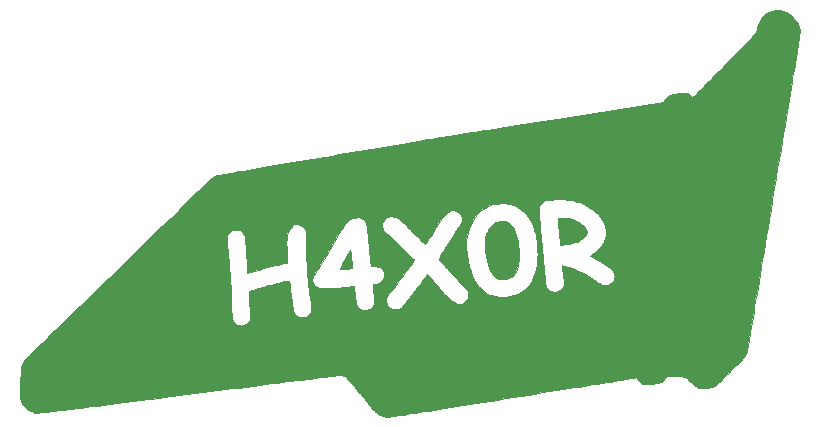
<source format=gbr>
%TF.GenerationSoftware,KiCad,Pcbnew,(7.0.0)*%
%TF.CreationDate,2023-05-30T20:17:09-04:00*%
%TF.ProjectId,H4X0R-small,48345830-522d-4736-9d61-6c6c2e6b6963,rev?*%
%TF.SameCoordinates,Original*%
%TF.FileFunction,Soldermask,Top*%
%TF.FilePolarity,Negative*%
%FSLAX46Y46*%
G04 Gerber Fmt 4.6, Leading zero omitted, Abs format (unit mm)*
G04 Created by KiCad (PCBNEW (7.0.0)) date 2023-05-30 20:17:09*
%MOMM*%
%LPD*%
G01*
G04 APERTURE LIST*
%ADD10C,0.010000*%
G04 APERTURE END LIST*
%TO.C,G\u002A\u002A\u002A*%
G36*
X35877889Y-33086746D02*
G01*
X42438325Y-33086746D01*
X42438435Y-33212075D01*
X42446981Y-33367092D01*
X42460984Y-33530234D01*
X42469007Y-33617949D01*
X42479892Y-33742584D01*
X42493201Y-33898854D01*
X42508496Y-34081473D01*
X42525337Y-34285157D01*
X42543289Y-34504621D01*
X42561911Y-34734580D01*
X42580765Y-34969749D01*
X42590852Y-35096567D01*
X42610000Y-35336760D01*
X42629430Y-35578114D01*
X42648661Y-35814808D01*
X42667213Y-36041020D01*
X42684603Y-36250928D01*
X42700353Y-36438713D01*
X42713979Y-36598551D01*
X42725003Y-36724623D01*
X42728981Y-36768734D01*
X42742473Y-36939776D01*
X42755212Y-37147808D01*
X42766955Y-37387488D01*
X42777459Y-37653477D01*
X42786480Y-37940433D01*
X42791637Y-38144567D01*
X42800193Y-38491841D01*
X42809096Y-38798409D01*
X42818434Y-39065894D01*
X42828294Y-39295922D01*
X42838765Y-39490118D01*
X42849936Y-39650107D01*
X42861893Y-39777514D01*
X42874726Y-39873966D01*
X42888523Y-39941085D01*
X42889249Y-39943734D01*
X42954353Y-40103979D01*
X43050798Y-40240127D01*
X43173423Y-40349513D01*
X43317064Y-40429477D01*
X43476559Y-40477356D01*
X43646744Y-40490486D01*
X43822457Y-40466207D01*
X43874196Y-40451636D01*
X44037166Y-40380174D01*
X44174709Y-40278951D01*
X44283257Y-40152596D01*
X44359244Y-40005736D01*
X44399103Y-39842997D01*
X44404327Y-39763817D01*
X44403393Y-39699606D01*
X44399919Y-39603375D01*
X44394368Y-39485330D01*
X44387207Y-39355677D01*
X44381674Y-39266400D01*
X44376056Y-39170735D01*
X44369877Y-39049767D01*
X44363327Y-38908826D01*
X44356598Y-38753242D01*
X44349881Y-38588345D01*
X44343366Y-38419466D01*
X44337245Y-38251936D01*
X44331709Y-38091084D01*
X44326948Y-37942240D01*
X44323154Y-37810736D01*
X44320518Y-37701901D01*
X44319230Y-37621065D01*
X44319483Y-37573559D01*
X44320634Y-37563011D01*
X44341862Y-37556377D01*
X44399183Y-37539466D01*
X44487979Y-37513601D01*
X44603631Y-37480106D01*
X44741520Y-37440307D01*
X44897027Y-37395527D01*
X45065533Y-37347090D01*
X45242420Y-37296322D01*
X45423068Y-37244546D01*
X45602859Y-37193087D01*
X45777175Y-37143269D01*
X45941395Y-37096417D01*
X46090901Y-37053854D01*
X46221075Y-37016906D01*
X46327298Y-36986896D01*
X46404950Y-36965149D01*
X46427424Y-36958937D01*
X46541289Y-36928888D01*
X46677248Y-36894942D01*
X46827531Y-36858851D01*
X46984366Y-36822365D01*
X47139982Y-36787236D01*
X47286607Y-36755214D01*
X47416470Y-36728051D01*
X47521799Y-36707497D01*
X47594824Y-36695303D01*
X47601331Y-36694449D01*
X47716178Y-36680100D01*
X47753106Y-37036625D01*
X47766261Y-37156140D01*
X47784120Y-37307484D01*
X47805424Y-37480575D01*
X47828915Y-37665331D01*
X47853332Y-37851670D01*
X47874315Y-38006984D01*
X47898476Y-38183614D01*
X47923090Y-38364740D01*
X47946885Y-38540915D01*
X47968589Y-38702693D01*
X47986929Y-38840626D01*
X47999679Y-38937892D01*
X48024351Y-39104723D01*
X48051966Y-39236733D01*
X48085508Y-39341434D01*
X48127962Y-39426338D01*
X48182314Y-39498957D01*
X48248530Y-39564153D01*
X48407840Y-39678714D01*
X48578748Y-39752908D01*
X48758700Y-39786270D01*
X48945146Y-39778331D01*
X49135532Y-39728624D01*
X49139231Y-39727250D01*
X49254458Y-39666388D01*
X49367384Y-39575534D01*
X49466698Y-39466059D01*
X49541090Y-39349333D01*
X49561527Y-39302648D01*
X49579035Y-39250894D01*
X49592412Y-39197424D01*
X49601346Y-39138623D01*
X49605525Y-39070875D01*
X49604635Y-38990564D01*
X49598364Y-38894073D01*
X49586399Y-38777788D01*
X49568427Y-38638092D01*
X49544135Y-38471369D01*
X49513210Y-38274003D01*
X49475340Y-38042379D01*
X49430211Y-37772880D01*
X49428072Y-37760204D01*
X49389676Y-37527033D01*
X49357515Y-37317215D01*
X49330609Y-37121602D01*
X49307978Y-36931045D01*
X49288638Y-36736394D01*
X49281808Y-36652992D01*
X49674101Y-36652992D01*
X49679249Y-36742045D01*
X49715713Y-36890327D01*
X49788087Y-37017996D01*
X49896799Y-37125422D01*
X50042280Y-37212975D01*
X50224961Y-37281024D01*
X50340341Y-37310032D01*
X50437086Y-37327221D01*
X50547197Y-37339259D01*
X50673939Y-37346033D01*
X50820578Y-37347433D01*
X50990381Y-37343345D01*
X51186612Y-37333659D01*
X51412539Y-37318263D01*
X51671426Y-37297046D01*
X51966539Y-37269894D01*
X52207885Y-37246146D01*
X52406969Y-37226289D01*
X52592824Y-37208077D01*
X52761281Y-37191897D01*
X52908169Y-37178133D01*
X53029316Y-37167171D01*
X53120552Y-37159396D01*
X53177705Y-37155192D01*
X53196608Y-37154819D01*
X53200496Y-37176921D01*
X53207973Y-37235968D01*
X53218461Y-37326779D01*
X53231384Y-37444173D01*
X53246164Y-37582968D01*
X53262224Y-37737981D01*
X53269083Y-37805402D01*
X53292416Y-38026654D01*
X53314241Y-38210654D01*
X53335621Y-38362404D01*
X53357624Y-38486907D01*
X53381315Y-38589167D01*
X53407759Y-38674184D01*
X53438022Y-38746963D01*
X53473169Y-38812506D01*
X53489058Y-38838167D01*
X53597277Y-38970196D01*
X53731486Y-39073626D01*
X53883900Y-39143004D01*
X53948810Y-39160125D01*
X54054869Y-39171557D01*
X54181539Y-39169156D01*
X54309914Y-39154266D01*
X54421087Y-39128232D01*
X54427589Y-39126077D01*
X54582943Y-39052725D01*
X54710652Y-38947415D01*
X54810969Y-38809897D01*
X54867148Y-38688758D01*
X54882561Y-38641822D01*
X54892444Y-38592420D01*
X54897369Y-38531476D01*
X54897910Y-38449915D01*
X54894639Y-38338660D01*
X54892510Y-38286591D01*
X54885991Y-38165544D01*
X54875866Y-38015916D01*
X54863166Y-37851202D01*
X54848924Y-37684901D01*
X54836330Y-37551900D01*
X54822894Y-37416816D01*
X54810629Y-37292551D01*
X54800266Y-37186580D01*
X54792535Y-37106377D01*
X54788165Y-37059416D01*
X54787779Y-37054908D01*
X54786907Y-37019831D01*
X54797961Y-36999370D01*
X54830394Y-36987374D01*
X54893658Y-36977689D01*
X54909550Y-36975652D01*
X55132951Y-36932850D01*
X55325247Y-36866068D01*
X55485193Y-36776576D01*
X55611543Y-36665641D01*
X55703054Y-36534534D01*
X55758479Y-36384521D01*
X55776574Y-36216871D01*
X55768004Y-36101011D01*
X55727100Y-35921427D01*
X55659125Y-35771250D01*
X55565364Y-35652263D01*
X55447102Y-35566250D01*
X55354975Y-35528010D01*
X55280566Y-35511968D01*
X55171268Y-35498337D01*
X55034492Y-35487906D01*
X54936009Y-35483277D01*
X54826530Y-35479060D01*
X54733825Y-35475113D01*
X54665266Y-35471780D01*
X54628226Y-35469403D01*
X54623800Y-35468721D01*
X54621734Y-35447695D01*
X54615740Y-35387624D01*
X54606127Y-35291581D01*
X54593204Y-35162642D01*
X54577280Y-35003883D01*
X54558662Y-34818378D01*
X54537660Y-34609202D01*
X54514582Y-34379431D01*
X54489737Y-34132139D01*
X54463434Y-33870401D01*
X54444969Y-33686710D01*
X54411838Y-33357185D01*
X54382525Y-33067026D01*
X54356559Y-32813486D01*
X54333469Y-32593816D01*
X54312783Y-32405268D01*
X54294029Y-32245094D01*
X54276737Y-32110545D01*
X54266611Y-32041178D01*
X55577678Y-32041178D01*
X55594727Y-32180621D01*
X55631389Y-32303061D01*
X55646189Y-32334317D01*
X55684417Y-32401814D01*
X55724702Y-32459618D01*
X55773846Y-32514660D01*
X55838648Y-32573873D01*
X55925909Y-32644186D01*
X56021554Y-32716911D01*
X56082947Y-32765933D01*
X56162277Y-32834594D01*
X56261028Y-32924310D01*
X56380685Y-33036501D01*
X56522732Y-33172584D01*
X56688655Y-33333978D01*
X56879938Y-33522101D01*
X57098066Y-33738371D01*
X57261349Y-33901102D01*
X57433624Y-34073258D01*
X57596803Y-34236642D01*
X57748456Y-34388801D01*
X57886155Y-34527281D01*
X58007469Y-34649629D01*
X58109969Y-34753394D01*
X58191225Y-34836121D01*
X58248808Y-34895359D01*
X58280287Y-34928653D01*
X58285634Y-34935161D01*
X58273223Y-34956880D01*
X58237496Y-35009305D01*
X58180707Y-35089405D01*
X58105111Y-35194151D01*
X58012963Y-35320511D01*
X57906520Y-35465455D01*
X57788035Y-35625952D01*
X57659765Y-35798972D01*
X57523964Y-35981485D01*
X57382888Y-36170459D01*
X57238792Y-36362864D01*
X57093931Y-36555670D01*
X56950561Y-36745846D01*
X56810936Y-36930361D01*
X56677312Y-37106186D01*
X56551944Y-37270288D01*
X56437088Y-37419639D01*
X56428560Y-37430679D01*
X56300730Y-37596577D01*
X56196600Y-37733625D01*
X56113746Y-37846286D01*
X56049745Y-37939023D01*
X56002173Y-38016297D01*
X55968607Y-38082572D01*
X55946623Y-38142310D01*
X55933797Y-38199972D01*
X55927706Y-38260022D01*
X55925927Y-38326921D01*
X55925879Y-38356234D01*
X55933808Y-38502466D01*
X55960507Y-38621381D01*
X56011149Y-38725748D01*
X56090905Y-38828339D01*
X56136400Y-38876052D01*
X56275190Y-38988049D01*
X56432407Y-39067760D01*
X56600621Y-39113563D01*
X56772404Y-39123837D01*
X56940328Y-39096962D01*
X57020691Y-39069016D01*
X57093080Y-39034879D01*
X57160591Y-38993264D01*
X57228179Y-38939425D01*
X57300805Y-38868612D01*
X57383424Y-38776078D01*
X57480994Y-38657075D01*
X57572275Y-38540749D01*
X57634150Y-38460365D01*
X57715034Y-38354446D01*
X57812139Y-38226701D01*
X57922678Y-38080839D01*
X58043862Y-37920570D01*
X58172905Y-37749602D01*
X58307018Y-37571645D01*
X58443413Y-37390408D01*
X58579303Y-37209600D01*
X58711899Y-37032931D01*
X58838415Y-36864110D01*
X58956063Y-36706845D01*
X59062054Y-36564847D01*
X59153600Y-36441824D01*
X59227915Y-36341486D01*
X59282210Y-36267541D01*
X59313388Y-36224144D01*
X59351378Y-36173254D01*
X59380637Y-36140616D01*
X59390373Y-36134185D01*
X59410965Y-36149543D01*
X59455681Y-36193699D01*
X59521357Y-36263084D01*
X59604829Y-36354131D01*
X59702936Y-36463271D01*
X59812513Y-36586937D01*
X59930397Y-36721560D01*
X60053426Y-36863572D01*
X60178435Y-37009405D01*
X60302262Y-37155491D01*
X60412644Y-37287317D01*
X60642747Y-37558990D01*
X60852832Y-37796241D01*
X61044911Y-38000801D01*
X61220995Y-38174398D01*
X61383094Y-38318762D01*
X61533219Y-38435623D01*
X61673382Y-38526709D01*
X61805593Y-38593750D01*
X61931863Y-38638476D01*
X62002768Y-38654799D01*
X62159145Y-38662992D01*
X62316326Y-38633142D01*
X62467783Y-38568901D01*
X62606986Y-38473919D01*
X62727406Y-38351846D01*
X62822514Y-38206334D01*
X62829434Y-38192568D01*
X62859488Y-38125782D01*
X62877537Y-38066088D01*
X62886502Y-37998257D01*
X62889304Y-37907057D01*
X62889384Y-37879984D01*
X62885388Y-37769465D01*
X62870784Y-37674928D01*
X62841643Y-37589019D01*
X62794041Y-37504385D01*
X62724050Y-37413672D01*
X62627742Y-37309527D01*
X62536097Y-37218391D01*
X62340453Y-37023840D01*
X62125569Y-36802247D01*
X61890200Y-36552275D01*
X61633103Y-36272584D01*
X61353033Y-35961835D01*
X61048747Y-35618691D01*
X61036671Y-35604972D01*
X60908621Y-35459354D01*
X60788128Y-35322094D01*
X60678321Y-35196774D01*
X60582330Y-35086975D01*
X60503284Y-34996280D01*
X60444313Y-34928272D01*
X60408545Y-34886531D01*
X60400054Y-34876268D01*
X60360403Y-34825861D01*
X60696379Y-34289172D01*
X60794958Y-34130568D01*
X60898217Y-33962430D01*
X61000540Y-33794042D01*
X61075558Y-33669220D01*
X62712957Y-33669220D01*
X62715882Y-33857484D01*
X62722506Y-34048800D01*
X62732588Y-34233410D01*
X62745889Y-34401559D01*
X62761080Y-34535650D01*
X62842121Y-35024094D01*
X62946492Y-35477300D01*
X63074242Y-35895389D01*
X63225423Y-36278482D01*
X63400083Y-36626700D01*
X63598274Y-36940164D01*
X63820046Y-37218993D01*
X63926208Y-37331846D01*
X64118630Y-37512069D01*
X64307980Y-37658907D01*
X64504691Y-37779094D01*
X64719195Y-37879369D01*
X64852065Y-37929720D01*
X65155777Y-38015880D01*
X65472286Y-38064229D01*
X65804466Y-38075076D01*
X66056849Y-38059654D01*
X66426632Y-38006021D01*
X66769113Y-37920035D01*
X67084285Y-37801704D01*
X67372142Y-37651035D01*
X67632676Y-37468035D01*
X67865880Y-37252711D01*
X68071748Y-37005070D01*
X68250272Y-36725118D01*
X68401444Y-36412864D01*
X68525259Y-36068313D01*
X68621709Y-35691474D01*
X68665387Y-35456400D01*
X68706626Y-35137040D01*
X68732266Y-34791419D01*
X68742628Y-34428897D01*
X68738031Y-34058835D01*
X68718797Y-33690595D01*
X68685245Y-33333538D01*
X68637696Y-32997025D01*
X68576471Y-32690417D01*
X68569764Y-32662400D01*
X68463129Y-32296293D01*
X68327069Y-31949939D01*
X68163562Y-31626067D01*
X67974585Y-31327409D01*
X67762119Y-31056695D01*
X67528140Y-30816655D01*
X67470189Y-30769419D01*
X68826885Y-30769419D01*
X68828865Y-30808485D01*
X68834693Y-30886601D01*
X68844087Y-31000682D01*
X68856768Y-31147648D01*
X68872456Y-31324413D01*
X68890871Y-31527897D01*
X68911733Y-31755016D01*
X68934761Y-32002688D01*
X68959677Y-32267829D01*
X68986199Y-32547358D01*
X69014049Y-32838190D01*
X69026825Y-32970752D01*
X69057528Y-33289574D01*
X69088729Y-33615284D01*
X69119964Y-33942931D01*
X69150766Y-34267565D01*
X69180670Y-34584235D01*
X69209212Y-34887990D01*
X69235926Y-35173879D01*
X69260346Y-35436953D01*
X69282007Y-35672260D01*
X69300445Y-35874850D01*
X69313925Y-36025422D01*
X69335833Y-36270867D01*
X69354962Y-36478097D01*
X69372030Y-36651083D01*
X69387754Y-36793798D01*
X69402852Y-36910216D01*
X69418041Y-37004309D01*
X69434037Y-37080049D01*
X69451558Y-37141410D01*
X69471322Y-37192364D01*
X69494046Y-37236884D01*
X69520446Y-37278943D01*
X69547065Y-37316764D01*
X69658960Y-37437185D01*
X69798849Y-37533438D01*
X69956197Y-37598893D01*
X70020576Y-37614751D01*
X70120210Y-37630465D01*
X70206411Y-37632321D01*
X70302896Y-37620344D01*
X70331869Y-37615104D01*
X70500174Y-37563994D01*
X70650904Y-37480147D01*
X70779108Y-37368712D01*
X70879836Y-37234835D01*
X70948139Y-37083663D01*
X70977130Y-36944160D01*
X70979615Y-36900457D01*
X70979044Y-36844938D01*
X70975017Y-36773938D01*
X70967134Y-36683787D01*
X70954997Y-36570819D01*
X70938205Y-36431366D01*
X70916359Y-36261761D01*
X70889060Y-36058336D01*
X70855907Y-35817424D01*
X70848852Y-35766671D01*
X70832670Y-35648178D01*
X70819214Y-35545315D01*
X70809333Y-35464948D01*
X70803878Y-35413942D01*
X70803317Y-35398828D01*
X70824411Y-35402095D01*
X70878723Y-35414528D01*
X70958597Y-35434273D01*
X71056377Y-35459481D01*
X71082169Y-35466272D01*
X71621112Y-35630338D01*
X72147906Y-35834410D01*
X72663134Y-36078771D01*
X73167376Y-36363703D01*
X73661214Y-36689490D01*
X73797539Y-36787949D01*
X73894218Y-36857156D01*
X73990875Y-36922971D01*
X74076312Y-36977966D01*
X74139334Y-37014714D01*
X74139467Y-37014783D01*
X74197905Y-37043256D01*
X74249625Y-37061181D01*
X74307547Y-37070953D01*
X74384592Y-37074964D01*
X74467995Y-37075634D01*
X74568891Y-37074576D01*
X74641328Y-37069568D01*
X74699161Y-37057886D01*
X74756248Y-37036806D01*
X74821157Y-37006211D01*
X74971194Y-36910999D01*
X75094230Y-36789306D01*
X75187122Y-36647069D01*
X75246723Y-36490222D01*
X75269888Y-36324705D01*
X75258447Y-36180905D01*
X75226805Y-36058969D01*
X75176480Y-35951158D01*
X75100487Y-35844762D01*
X75031110Y-35767284D01*
X74860859Y-35605427D01*
X74653148Y-35436851D01*
X74411818Y-35264136D01*
X74140709Y-35089863D01*
X73843661Y-34916610D01*
X73524514Y-34746958D01*
X73475985Y-34722487D01*
X73156761Y-34562608D01*
X73251239Y-34507081D01*
X73549840Y-34313453D01*
X73809610Y-34106762D01*
X74030232Y-33887769D01*
X74211385Y-33657234D01*
X74352750Y-33415915D01*
X74454009Y-33164575D01*
X74514842Y-32903971D01*
X74534929Y-32634865D01*
X74513952Y-32358017D01*
X74451592Y-32074185D01*
X74371042Y-31840977D01*
X74240805Y-31572045D01*
X74070515Y-31314819D01*
X73860997Y-31069993D01*
X73613073Y-30838258D01*
X73327568Y-30620308D01*
X73005304Y-30416836D01*
X72647105Y-30228533D01*
X72253795Y-30056093D01*
X72245050Y-30052601D01*
X72071148Y-29986603D01*
X71908676Y-29932951D01*
X71750353Y-29890510D01*
X71588901Y-29858145D01*
X71417040Y-29834721D01*
X71227491Y-29819101D01*
X71012976Y-29810151D01*
X70766214Y-29806736D01*
X70668134Y-29806642D01*
X70392106Y-29808162D01*
X70155335Y-29811826D01*
X69954788Y-29817827D01*
X69787433Y-29826358D01*
X69650239Y-29837612D01*
X69540172Y-29851780D01*
X69454201Y-29869056D01*
X69394726Y-29887496D01*
X69239882Y-29968899D01*
X69103913Y-30083830D01*
X68990728Y-30226215D01*
X68904238Y-30389981D01*
X68848354Y-30569054D01*
X68826985Y-30757361D01*
X68826885Y-30769419D01*
X67470189Y-30769419D01*
X67274627Y-30610019D01*
X67003559Y-30439518D01*
X66932210Y-30402323D01*
X66706341Y-30301413D01*
X66482250Y-30227372D01*
X66250622Y-30178364D01*
X66002143Y-30152551D01*
X65727500Y-30148095D01*
X65653912Y-30150093D01*
X65315068Y-30176655D01*
X65002283Y-30232945D01*
X64709834Y-30320724D01*
X64432000Y-30441754D01*
X64163060Y-30597795D01*
X64131469Y-30618717D01*
X63885203Y-30808598D01*
X63657043Y-31034234D01*
X63448769Y-31292320D01*
X63262165Y-31579553D01*
X63099010Y-31892627D01*
X62961087Y-32228239D01*
X62850178Y-32583084D01*
X62768064Y-32953858D01*
X62728767Y-33220297D01*
X62719160Y-33340870D01*
X62713969Y-33493763D01*
X62712957Y-33669220D01*
X61075558Y-33669220D01*
X61096309Y-33634693D01*
X61179909Y-33493669D01*
X61238633Y-33392650D01*
X61385905Y-33143277D01*
X61553023Y-32873410D01*
X61732438Y-32594830D01*
X61916599Y-32319316D01*
X62052679Y-32122650D01*
X62140051Y-31996291D01*
X62205449Y-31895624D01*
X62252913Y-31812948D01*
X62286487Y-31740559D01*
X62310209Y-31670754D01*
X62327518Y-31598775D01*
X62339272Y-31441162D01*
X62311864Y-31285334D01*
X62248313Y-31136651D01*
X62151638Y-31000471D01*
X62024859Y-30882153D01*
X61870996Y-30787056D01*
X61869804Y-30786472D01*
X61776898Y-30749097D01*
X61676784Y-30727679D01*
X61585708Y-30719319D01*
X61495946Y-30715882D01*
X61431417Y-30720019D01*
X61375280Y-30734645D01*
X61310692Y-30762676D01*
X61297023Y-30769295D01*
X61194003Y-30833964D01*
X61074997Y-30934204D01*
X60942284Y-31067397D01*
X60798145Y-31230925D01*
X60644863Y-31422170D01*
X60484718Y-31638515D01*
X60319992Y-31877341D01*
X60283645Y-31932212D01*
X60233921Y-32009249D01*
X60166002Y-32116598D01*
X60083572Y-32248326D01*
X59990314Y-32398502D01*
X59889911Y-32561196D01*
X59786046Y-32730476D01*
X59682634Y-32900032D01*
X59587017Y-33056865D01*
X59498123Y-33201806D01*
X59418365Y-33330988D01*
X59350153Y-33440543D01*
X59295900Y-33526604D01*
X59258016Y-33585303D01*
X59238913Y-33612773D01*
X59237224Y-33614346D01*
X59219677Y-33600036D01*
X59175668Y-33559028D01*
X59108559Y-33494661D01*
X59021717Y-33410277D01*
X58918505Y-33309215D01*
X58802288Y-33194818D01*
X58676431Y-33070425D01*
X58544298Y-32939377D01*
X58409253Y-32805016D01*
X58274663Y-32670681D01*
X58143890Y-32539714D01*
X58020300Y-32415456D01*
X57907258Y-32301247D01*
X57808127Y-32200428D01*
X57726273Y-32116339D01*
X57680771Y-32068921D01*
X57483693Y-31873201D01*
X57285985Y-31698865D01*
X57091204Y-31548181D01*
X56902910Y-31423413D01*
X56724658Y-31326828D01*
X56560008Y-31260693D01*
X56412516Y-31227272D01*
X56353507Y-31223513D01*
X56240429Y-31236203D01*
X56113642Y-31271169D01*
X55990962Y-31322429D01*
X55902261Y-31375031D01*
X55808302Y-31459324D01*
X55718659Y-31569055D01*
X55645249Y-31688015D01*
X55607007Y-31776541D01*
X55581389Y-31901047D01*
X55577678Y-32041178D01*
X54266611Y-32041178D01*
X54260435Y-31998873D01*
X54244652Y-31907329D01*
X54228917Y-31833166D01*
X54212758Y-31773634D01*
X54195703Y-31725985D01*
X54177282Y-31687471D01*
X54157023Y-31655344D01*
X54134455Y-31626855D01*
X54109106Y-31599256D01*
X54082225Y-31571569D01*
X53943959Y-31459077D01*
X53782313Y-31381477D01*
X53598773Y-31339401D01*
X53519926Y-31332677D01*
X53285793Y-31341529D01*
X53063412Y-31389756D01*
X52856408Y-31475612D01*
X52668409Y-31597348D01*
X52503041Y-31753219D01*
X52414176Y-31865237D01*
X52379806Y-31917314D01*
X52325792Y-32004017D01*
X52253408Y-32123166D01*
X52163932Y-32272585D01*
X52058640Y-32450096D01*
X51938807Y-32653522D01*
X51805710Y-32880685D01*
X51660626Y-33129407D01*
X51504829Y-33397512D01*
X51339598Y-33682821D01*
X51166207Y-33983157D01*
X50985934Y-34296342D01*
X50823158Y-34579895D01*
X50650861Y-34878095D01*
X50495779Y-35141672D01*
X50358306Y-35369980D01*
X50238835Y-35562373D01*
X50137759Y-35718207D01*
X50065239Y-35823338D01*
X49937470Y-36007386D01*
X49837526Y-36166474D01*
X49763313Y-36305591D01*
X49712735Y-36429725D01*
X49683696Y-36543862D01*
X49674101Y-36652992D01*
X49281808Y-36652992D01*
X49271611Y-36528500D01*
X49255914Y-36298214D01*
X49240567Y-36036386D01*
X49237786Y-35985567D01*
X49227812Y-35801820D01*
X49217200Y-35606467D01*
X49206570Y-35410932D01*
X49196543Y-35226640D01*
X49187741Y-35065014D01*
X49182537Y-34969567D01*
X49174129Y-34823700D01*
X49164805Y-34675638D01*
X49155352Y-34536984D01*
X49146554Y-34419339D01*
X49140290Y-34345718D01*
X49129048Y-34200969D01*
X49119710Y-34032227D01*
X49112379Y-33847371D01*
X49107160Y-33654278D01*
X49104155Y-33460825D01*
X49103470Y-33274891D01*
X49105208Y-33104355D01*
X49109472Y-32957093D01*
X49116368Y-32840984D01*
X49119958Y-32804404D01*
X49131607Y-32694911D01*
X49136817Y-32615695D01*
X49135380Y-32555164D01*
X49127087Y-32501722D01*
X49113622Y-32450205D01*
X49044852Y-32285766D01*
X48943944Y-32145816D01*
X48815454Y-32033742D01*
X48663941Y-31952929D01*
X48493963Y-31906760D01*
X48368572Y-31896875D01*
X48243436Y-31904256D01*
X48141510Y-31931459D01*
X48047964Y-31984410D01*
X47955524Y-32061925D01*
X47836907Y-32198961D01*
X47732032Y-32375399D01*
X47640786Y-32591472D01*
X47563060Y-32847411D01*
X47543752Y-32926050D01*
X47521072Y-33027402D01*
X47503537Y-33119555D01*
X47490960Y-33208863D01*
X47483154Y-33301680D01*
X47479932Y-33404360D01*
X47481110Y-33523257D01*
X47486499Y-33664725D01*
X47495914Y-33835119D01*
X47509167Y-34040791D01*
X47510474Y-34060232D01*
X47521883Y-34234813D01*
X47532551Y-34407827D01*
X47542040Y-34571392D01*
X47549910Y-34717626D01*
X47555722Y-34838648D01*
X47559038Y-34926577D01*
X47559306Y-34936967D01*
X47564717Y-35168951D01*
X47458884Y-35186086D01*
X47249308Y-35222813D01*
X47023323Y-35267983D01*
X46777700Y-35322402D01*
X46509209Y-35386879D01*
X46214620Y-35462222D01*
X45890705Y-35549240D01*
X45534234Y-35648741D01*
X45141977Y-35761533D01*
X45035300Y-35792676D01*
X44178050Y-36043640D01*
X44162948Y-35712978D01*
X44155493Y-35562588D01*
X44146131Y-35392634D01*
X44136021Y-35223238D01*
X44126320Y-35074521D01*
X44125645Y-35064817D01*
X44118817Y-34966770D01*
X44109619Y-34834102D01*
X44098577Y-34674428D01*
X44086217Y-34495361D01*
X44073064Y-34304514D01*
X44059644Y-34109503D01*
X44050382Y-33974734D01*
X44033688Y-33734874D01*
X44019044Y-33533252D01*
X44005967Y-33365850D01*
X43993976Y-33228648D01*
X43982591Y-33117627D01*
X43971330Y-33028768D01*
X43959712Y-32958051D01*
X43947255Y-32901457D01*
X43933479Y-32854968D01*
X43917901Y-32814564D01*
X43909108Y-32795008D01*
X43839247Y-32683395D01*
X43740495Y-32575581D01*
X43625445Y-32483814D01*
X43537458Y-32433550D01*
X43472168Y-32405638D01*
X43412655Y-32388629D01*
X43344523Y-32380010D01*
X43253378Y-32377266D01*
X43214967Y-32377223D01*
X43112423Y-32379185D01*
X43037113Y-32386214D01*
X42974001Y-32401058D01*
X42908050Y-32426466D01*
X42882177Y-32438059D01*
X42761399Y-32510195D01*
X42647035Y-32608829D01*
X42551228Y-32721935D01*
X42491359Y-32825130D01*
X42464513Y-32899650D01*
X42446926Y-32984730D01*
X42438325Y-33086746D01*
X35877889Y-33086746D01*
X36171543Y-32801569D01*
X36561474Y-32422918D01*
X36942329Y-32053103D01*
X37312982Y-31693219D01*
X37672305Y-31344362D01*
X38019172Y-31007626D01*
X38352455Y-30684106D01*
X38671027Y-30374898D01*
X38973762Y-30081097D01*
X39259531Y-29803796D01*
X39527208Y-29544092D01*
X39775665Y-29303079D01*
X40003776Y-29081853D01*
X40210413Y-28881507D01*
X40394450Y-28703138D01*
X40554758Y-28547840D01*
X40690212Y-28416708D01*
X40799683Y-28310838D01*
X40882045Y-28231323D01*
X40936171Y-28179259D01*
X40952727Y-28163452D01*
X41150866Y-27996229D01*
X41353171Y-27867974D01*
X41565041Y-27775342D01*
X41595717Y-27765044D01*
X41624675Y-27758865D01*
X41693811Y-27745915D01*
X41801557Y-27726458D01*
X41946346Y-27700762D01*
X42126612Y-27669092D01*
X42340787Y-27631714D01*
X42587305Y-27588894D01*
X42864599Y-27540899D01*
X43171101Y-27487994D01*
X43505244Y-27430446D01*
X43865463Y-27368520D01*
X44250189Y-27302482D01*
X44657857Y-27232599D01*
X45086898Y-27159136D01*
X45535746Y-27082360D01*
X46002834Y-27002537D01*
X46486596Y-26919933D01*
X46985463Y-26834813D01*
X47497870Y-26747444D01*
X48022249Y-26658091D01*
X48557034Y-26567022D01*
X49100657Y-26474501D01*
X49651551Y-26380796D01*
X50208150Y-26286171D01*
X50768886Y-26190894D01*
X51332193Y-26095229D01*
X51896504Y-25999444D01*
X52460252Y-25903803D01*
X53021869Y-25808574D01*
X53579789Y-25714022D01*
X54132445Y-25620413D01*
X54678270Y-25528014D01*
X55215697Y-25437090D01*
X55743159Y-25347907D01*
X56259090Y-25260732D01*
X56761921Y-25175830D01*
X57250087Y-25093468D01*
X57722020Y-25013911D01*
X58176154Y-24937426D01*
X58610921Y-24864278D01*
X59024754Y-24794734D01*
X59416087Y-24729060D01*
X59783353Y-24667522D01*
X60124984Y-24610385D01*
X60439414Y-24557916D01*
X60725076Y-24510381D01*
X60980403Y-24468046D01*
X61203827Y-24431177D01*
X61393783Y-24400040D01*
X61548702Y-24374901D01*
X61667019Y-24356026D01*
X61746384Y-24343797D01*
X61827634Y-24331549D01*
X61949120Y-24312996D01*
X62109251Y-24288385D01*
X62306439Y-24257963D01*
X62539096Y-24221977D01*
X62805634Y-24180676D01*
X63104463Y-24134307D01*
X63433994Y-24083117D01*
X63792641Y-24027354D01*
X64178813Y-23967265D01*
X64590922Y-23903097D01*
X65027380Y-23835100D01*
X65486599Y-23763518D01*
X65966988Y-23688601D01*
X66466961Y-23610596D01*
X66984928Y-23529750D01*
X67519301Y-23446311D01*
X68068491Y-23360526D01*
X68630910Y-23272643D01*
X69204969Y-23182909D01*
X69789079Y-23091572D01*
X70381652Y-22998879D01*
X70981100Y-22905078D01*
X71011991Y-22900243D01*
X79430932Y-21582594D01*
X79461956Y-21475873D01*
X79528028Y-21317376D01*
X79627206Y-21184289D01*
X79760603Y-21075377D01*
X79881233Y-21009968D01*
X79950879Y-20984676D01*
X80054070Y-20955510D01*
X80182379Y-20924126D01*
X80327380Y-20892179D01*
X80480646Y-20861323D01*
X80633752Y-20833213D01*
X80778270Y-20809505D01*
X80905774Y-20791854D01*
X81007838Y-20781915D01*
X81050384Y-20780334D01*
X81229327Y-20794957D01*
X81401192Y-20836954D01*
X81557425Y-20902847D01*
X81689469Y-20989159D01*
X81775621Y-21075129D01*
X81831185Y-21144765D01*
X81885284Y-21105493D01*
X81902107Y-21091145D01*
X81933832Y-21061553D01*
X81981302Y-21015871D01*
X82045358Y-20953255D01*
X82126841Y-20872862D01*
X82226592Y-20773845D01*
X82345453Y-20655363D01*
X82484264Y-20516569D01*
X82643867Y-20356619D01*
X82825104Y-20174670D01*
X83028815Y-19969877D01*
X83255842Y-19741396D01*
X83507025Y-19488382D01*
X83783208Y-19209991D01*
X84085229Y-18905378D01*
X84413932Y-18573700D01*
X84770156Y-18214112D01*
X85154744Y-17825770D01*
X85412473Y-17565469D01*
X85690365Y-17284416D01*
X85948060Y-17023045D01*
X86184602Y-16782342D01*
X86399036Y-16563297D01*
X86590406Y-16366897D01*
X86757755Y-16194130D01*
X86900129Y-16045983D01*
X87016570Y-15923444D01*
X87106124Y-15827501D01*
X87167834Y-15759141D01*
X87200744Y-15719353D01*
X87204716Y-15713386D01*
X87232100Y-15656557D01*
X87267346Y-15569495D01*
X87306522Y-15462620D01*
X87345694Y-15346355D01*
X87358563Y-15305734D01*
X87429602Y-15083263D01*
X87493906Y-14896497D01*
X87554344Y-14739913D01*
X87613786Y-14607986D01*
X87675102Y-14495192D01*
X87741161Y-14396008D01*
X87814833Y-14304910D01*
X87898987Y-14216373D01*
X87949783Y-14167699D01*
X88142248Y-14016020D01*
X88354959Y-13898695D01*
X88582936Y-13816083D01*
X88821200Y-13768542D01*
X89064772Y-13756428D01*
X89308673Y-13780100D01*
X89547923Y-13839914D01*
X89777543Y-13936229D01*
X89929800Y-14025505D01*
X89989495Y-14070598D01*
X90070577Y-14139587D01*
X90165400Y-14225561D01*
X90266318Y-14321607D01*
X90354780Y-14409667D01*
X90493650Y-14555322D01*
X90604399Y-14682154D01*
X90692115Y-14797592D01*
X90761888Y-14909066D01*
X90818806Y-15024004D01*
X90867957Y-15149837D01*
X90874305Y-15168150D01*
X90899090Y-15245209D01*
X90915695Y-15312671D01*
X90925723Y-15382766D01*
X90930775Y-15467723D01*
X90932453Y-15579774D01*
X90932533Y-15612650D01*
X90932412Y-15631937D01*
X90931905Y-15652698D01*
X90930854Y-15675906D01*
X90929100Y-15702533D01*
X90926485Y-15733553D01*
X90922850Y-15769940D01*
X90918037Y-15812666D01*
X90911887Y-15862704D01*
X90904242Y-15921028D01*
X90894943Y-15988611D01*
X90883833Y-16066426D01*
X90870752Y-16155447D01*
X90855541Y-16256645D01*
X90838043Y-16370996D01*
X90818100Y-16499471D01*
X90795551Y-16643044D01*
X90770240Y-16802688D01*
X90742008Y-16979377D01*
X90710695Y-17174083D01*
X90676145Y-17387780D01*
X90638197Y-17621441D01*
X90596694Y-17876039D01*
X90551477Y-18152547D01*
X90502388Y-18451938D01*
X90449269Y-18775186D01*
X90391960Y-19123264D01*
X90330303Y-19497145D01*
X90264141Y-19897801D01*
X90193314Y-20326208D01*
X90117663Y-20783336D01*
X90037031Y-21270160D01*
X89951260Y-21787653D01*
X89860189Y-22336789D01*
X89763662Y-22918539D01*
X89661519Y-23533877D01*
X89553602Y-24183778D01*
X89439753Y-24869212D01*
X89319813Y-25591155D01*
X89193624Y-26350579D01*
X89061027Y-27148457D01*
X88921863Y-27985763D01*
X88775975Y-28863469D01*
X88716244Y-29222817D01*
X88592328Y-29968183D01*
X88470047Y-30703474D01*
X88349588Y-31427570D01*
X88231139Y-32139353D01*
X88114886Y-32837705D01*
X88001016Y-33521508D01*
X87889717Y-34189644D01*
X87781174Y-34840994D01*
X87675576Y-35474441D01*
X87573108Y-36088866D01*
X87473958Y-36683150D01*
X87378314Y-37256176D01*
X87286361Y-37806825D01*
X87198286Y-38333980D01*
X87114278Y-38836521D01*
X87034522Y-39313331D01*
X86959206Y-39763292D01*
X86888516Y-40185285D01*
X86822640Y-40578192D01*
X86761765Y-40940894D01*
X86706076Y-41272275D01*
X86655762Y-41571214D01*
X86611010Y-41836595D01*
X86572006Y-42067299D01*
X86538936Y-42262208D01*
X86511989Y-42420203D01*
X86491351Y-42540166D01*
X86477210Y-42620980D01*
X86469751Y-42661525D01*
X86468778Y-42665913D01*
X86413253Y-42816716D01*
X86332553Y-42978231D01*
X86235072Y-43135379D01*
X86133523Y-43268104D01*
X86095456Y-43309754D01*
X86030159Y-43378294D01*
X85940483Y-43470832D01*
X85829283Y-43584474D01*
X85699413Y-43716327D01*
X85553725Y-43863500D01*
X85395073Y-44023098D01*
X85226311Y-44192230D01*
X85050292Y-44368002D01*
X84952749Y-44465139D01*
X84738420Y-44678226D01*
X84551452Y-44863553D01*
X84389272Y-45023291D01*
X84249304Y-45159612D01*
X84128974Y-45274688D01*
X84025706Y-45370690D01*
X83936927Y-45449789D01*
X83860060Y-45514158D01*
X83792533Y-45565969D01*
X83731769Y-45607391D01*
X83675194Y-45640598D01*
X83620234Y-45667761D01*
X83564312Y-45691050D01*
X83504856Y-45712639D01*
X83452800Y-45730216D01*
X83198818Y-45793638D01*
X82942459Y-45817576D01*
X82688420Y-45803032D01*
X82441397Y-45751006D01*
X82206087Y-45662499D01*
X81987185Y-45538511D01*
X81789390Y-45380045D01*
X81783553Y-45374503D01*
X81711735Y-45302071D01*
X81643357Y-45226512D01*
X81591159Y-45162033D01*
X81583559Y-45151395D01*
X81525834Y-45074399D01*
X81467175Y-45013910D01*
X81396597Y-44961067D01*
X81303113Y-44907011D01*
X81240884Y-44875020D01*
X81156898Y-44834919D01*
X81077858Y-44802750D01*
X80997711Y-44777655D01*
X80910403Y-44758779D01*
X80809884Y-44745268D01*
X80690099Y-44736266D01*
X80544997Y-44730918D01*
X80368524Y-44728369D01*
X80198828Y-44727768D01*
X79622440Y-44727400D01*
X79608450Y-44785609D01*
X79561643Y-44912765D01*
X79487183Y-45037879D01*
X79395214Y-45145891D01*
X79328367Y-45201525D01*
X79268932Y-45238241D01*
X79201473Y-45269935D01*
X79120367Y-45298047D01*
X79019992Y-45324019D01*
X78894724Y-45349290D01*
X78738940Y-45375301D01*
X78547018Y-45403492D01*
X78531550Y-45405659D01*
X78371480Y-45427678D01*
X78246244Y-45443802D01*
X78148822Y-45454511D01*
X78072199Y-45460285D01*
X78009357Y-45461603D01*
X77953277Y-45458944D01*
X77896943Y-45452790D01*
X77878644Y-45450291D01*
X77685326Y-45404869D01*
X77510954Y-45327480D01*
X77360453Y-45221448D01*
X77238748Y-45090095D01*
X77165547Y-44969262D01*
X77135127Y-44912279D01*
X77109810Y-44886152D01*
X77079216Y-44882335D01*
X77063316Y-44885111D01*
X77037225Y-44889559D01*
X76971309Y-44900349D01*
X76867547Y-44917163D01*
X76727922Y-44939686D01*
X76554414Y-44967599D01*
X76349004Y-45000585D01*
X76113672Y-45038328D01*
X75850399Y-45080509D01*
X75561167Y-45126813D01*
X75247955Y-45176922D01*
X74912745Y-45230518D01*
X74557517Y-45287285D01*
X74184253Y-45346905D01*
X73794933Y-45409061D01*
X73391537Y-45473437D01*
X72976048Y-45539714D01*
X72689550Y-45585399D01*
X72275648Y-45651393D01*
X71823606Y-45723471D01*
X71337089Y-45801050D01*
X70819763Y-45883544D01*
X70275293Y-45970370D01*
X69707343Y-46060942D01*
X69119579Y-46154676D01*
X68515665Y-46250988D01*
X67899268Y-46349293D01*
X67274051Y-46449007D01*
X66643681Y-46549544D01*
X66011822Y-46650321D01*
X65382138Y-46750753D01*
X64758296Y-46850255D01*
X64143961Y-46948244D01*
X63542796Y-47044134D01*
X62958468Y-47137340D01*
X62394642Y-47227279D01*
X62339050Y-47236147D01*
X61837725Y-47316063D01*
X61346342Y-47394285D01*
X60866607Y-47470546D01*
X60400225Y-47544578D01*
X59948902Y-47616114D01*
X59514342Y-47684886D01*
X59098252Y-47750626D01*
X58702336Y-47813068D01*
X58328300Y-47871943D01*
X57977849Y-47926983D01*
X57652689Y-47977922D01*
X57354524Y-48024491D01*
X57085060Y-48066422D01*
X56846003Y-48103449D01*
X56639057Y-48135304D01*
X56465929Y-48161719D01*
X56328322Y-48182426D01*
X56227944Y-48197157D01*
X56166498Y-48205646D01*
X56147800Y-48207718D01*
X56049048Y-48210120D01*
X55947824Y-48207244D01*
X55872634Y-48200482D01*
X55642137Y-48149323D01*
X55418810Y-48064414D01*
X55212934Y-47950461D01*
X55045422Y-47821891D01*
X55011552Y-47787284D01*
X54952941Y-47722725D01*
X54871856Y-47630863D01*
X54770563Y-47514346D01*
X54651327Y-47375822D01*
X54516416Y-47217940D01*
X54368094Y-47043349D01*
X54208629Y-46854696D01*
X54040285Y-46654630D01*
X53865329Y-46445800D01*
X53756042Y-46314900D01*
X53579781Y-46103798D01*
X53410010Y-45901050D01*
X53248855Y-45709160D01*
X53098442Y-45530634D01*
X52960897Y-45367977D01*
X52838346Y-45223692D01*
X52732915Y-45100286D01*
X52646730Y-45000264D01*
X52581916Y-44926129D01*
X52540599Y-44880388D01*
X52527149Y-44866896D01*
X52425908Y-44797441D01*
X52302574Y-44736425D01*
X52175451Y-44691837D01*
X52083800Y-44673414D01*
X52053593Y-44672871D01*
X52000519Y-44675659D01*
X51923039Y-44681957D01*
X51819614Y-44691946D01*
X51688705Y-44705806D01*
X51528772Y-44723717D01*
X51338275Y-44745859D01*
X51115676Y-44772412D01*
X50859436Y-44803555D01*
X50568015Y-44839470D01*
X50239873Y-44880335D01*
X49873472Y-44926332D01*
X49467271Y-44977639D01*
X49289800Y-45000133D01*
X49089038Y-45025603D01*
X48848076Y-45056173D01*
X48568711Y-45091615D01*
X48252738Y-45131702D01*
X47901955Y-45176205D01*
X47518158Y-45224897D01*
X47103144Y-45277550D01*
X46658709Y-45333936D01*
X46186649Y-45393826D01*
X45688762Y-45456993D01*
X45166843Y-45523209D01*
X44622690Y-45592246D01*
X44058098Y-45663877D01*
X43474865Y-45737872D01*
X42874787Y-45814005D01*
X42259660Y-45892047D01*
X41631282Y-45971770D01*
X40991448Y-46052947D01*
X40341955Y-46135350D01*
X39684599Y-46218750D01*
X39021178Y-46302919D01*
X38353488Y-46387631D01*
X37683325Y-46472656D01*
X37012485Y-46557767D01*
X36653300Y-46603338D01*
X35868760Y-46702881D01*
X35125095Y-46797241D01*
X34421184Y-46886548D01*
X33755903Y-46970933D01*
X33128130Y-47050526D01*
X32536743Y-47125458D01*
X31980618Y-47195857D01*
X31458634Y-47261855D01*
X30969666Y-47323582D01*
X30512594Y-47381168D01*
X30086293Y-47434743D01*
X29689642Y-47484438D01*
X29321518Y-47530382D01*
X28980798Y-47572707D01*
X28666359Y-47611541D01*
X28377078Y-47647016D01*
X28111834Y-47679261D01*
X27869504Y-47708407D01*
X27648964Y-47734584D01*
X27449092Y-47757922D01*
X27268766Y-47778551D01*
X27106863Y-47796603D01*
X26962260Y-47812206D01*
X26833834Y-47825491D01*
X26720463Y-47836588D01*
X26621024Y-47845628D01*
X26534395Y-47852740D01*
X26459453Y-47858056D01*
X26395075Y-47861704D01*
X26340138Y-47863816D01*
X26293521Y-47864522D01*
X26254099Y-47863951D01*
X26220752Y-47862235D01*
X26192355Y-47859503D01*
X26167786Y-47855885D01*
X26145924Y-47851511D01*
X26125644Y-47846513D01*
X26105824Y-47841020D01*
X26085342Y-47835162D01*
X26069967Y-47830903D01*
X25828371Y-47745186D01*
X25607964Y-47625940D01*
X25411624Y-47476657D01*
X25242227Y-47300833D01*
X25102651Y-47101963D01*
X24995774Y-46883541D01*
X24924472Y-46649063D01*
X24891623Y-46402022D01*
X24891502Y-46399567D01*
X24890470Y-46327142D01*
X24892346Y-46220021D01*
X24896808Y-46083369D01*
X24903535Y-45922352D01*
X24912203Y-45742137D01*
X24922491Y-45547889D01*
X24934076Y-45344773D01*
X24946637Y-45137957D01*
X24959851Y-44932605D01*
X24973396Y-44733884D01*
X24986951Y-44546959D01*
X25000191Y-44376997D01*
X25012797Y-44229163D01*
X25024445Y-44108623D01*
X25034814Y-44020544D01*
X25042810Y-43973192D01*
X25090920Y-43804291D01*
X25153819Y-43650613D01*
X25236376Y-43504111D01*
X25343460Y-43356735D01*
X25479941Y-43200438D01*
X25561818Y-43115322D01*
X25589667Y-43087740D01*
X25646762Y-43031764D01*
X25731978Y-42948491D01*
X25844186Y-42839016D01*
X25982260Y-42704432D01*
X26145072Y-42545836D01*
X26331496Y-42364322D01*
X26540405Y-42160986D01*
X26770670Y-41936921D01*
X27021166Y-41693224D01*
X27290764Y-41430989D01*
X27578338Y-41151311D01*
X27882761Y-40855285D01*
X28202905Y-40544006D01*
X28537644Y-40218569D01*
X28885850Y-39880069D01*
X29246397Y-39529601D01*
X29618156Y-39168260D01*
X30000001Y-38797141D01*
X30390805Y-38417339D01*
X30789441Y-38029949D01*
X31194781Y-37636065D01*
X31605699Y-37236784D01*
X32021067Y-36833199D01*
X32439758Y-36426406D01*
X32860645Y-36017500D01*
X33282601Y-35607575D01*
X33704499Y-35197727D01*
X34125211Y-34789051D01*
X34543611Y-34382641D01*
X34958571Y-33979594D01*
X35368965Y-33581002D01*
X35773664Y-33187963D01*
X35877889Y-33086746D01*
G37*
D10*
X35877889Y-33086746D02*
X42438325Y-33086746D01*
X42438435Y-33212075D01*
X42446981Y-33367092D01*
X42460984Y-33530234D01*
X42469007Y-33617949D01*
X42479892Y-33742584D01*
X42493201Y-33898854D01*
X42508496Y-34081473D01*
X42525337Y-34285157D01*
X42543289Y-34504621D01*
X42561911Y-34734580D01*
X42580765Y-34969749D01*
X42590852Y-35096567D01*
X42610000Y-35336760D01*
X42629430Y-35578114D01*
X42648661Y-35814808D01*
X42667213Y-36041020D01*
X42684603Y-36250928D01*
X42700353Y-36438713D01*
X42713979Y-36598551D01*
X42725003Y-36724623D01*
X42728981Y-36768734D01*
X42742473Y-36939776D01*
X42755212Y-37147808D01*
X42766955Y-37387488D01*
X42777459Y-37653477D01*
X42786480Y-37940433D01*
X42791637Y-38144567D01*
X42800193Y-38491841D01*
X42809096Y-38798409D01*
X42818434Y-39065894D01*
X42828294Y-39295922D01*
X42838765Y-39490118D01*
X42849936Y-39650107D01*
X42861893Y-39777514D01*
X42874726Y-39873966D01*
X42888523Y-39941085D01*
X42889249Y-39943734D01*
X42954353Y-40103979D01*
X43050798Y-40240127D01*
X43173423Y-40349513D01*
X43317064Y-40429477D01*
X43476559Y-40477356D01*
X43646744Y-40490486D01*
X43822457Y-40466207D01*
X43874196Y-40451636D01*
X44037166Y-40380174D01*
X44174709Y-40278951D01*
X44283257Y-40152596D01*
X44359244Y-40005736D01*
X44399103Y-39842997D01*
X44404327Y-39763817D01*
X44403393Y-39699606D01*
X44399919Y-39603375D01*
X44394368Y-39485330D01*
X44387207Y-39355677D01*
X44381674Y-39266400D01*
X44376056Y-39170735D01*
X44369877Y-39049767D01*
X44363327Y-38908826D01*
X44356598Y-38753242D01*
X44349881Y-38588345D01*
X44343366Y-38419466D01*
X44337245Y-38251936D01*
X44331709Y-38091084D01*
X44326948Y-37942240D01*
X44323154Y-37810736D01*
X44320518Y-37701901D01*
X44319230Y-37621065D01*
X44319483Y-37573559D01*
X44320634Y-37563011D01*
X44341862Y-37556377D01*
X44399183Y-37539466D01*
X44487979Y-37513601D01*
X44603631Y-37480106D01*
X44741520Y-37440307D01*
X44897027Y-37395527D01*
X45065533Y-37347090D01*
X45242420Y-37296322D01*
X45423068Y-37244546D01*
X45602859Y-37193087D01*
X45777175Y-37143269D01*
X45941395Y-37096417D01*
X46090901Y-37053854D01*
X46221075Y-37016906D01*
X46327298Y-36986896D01*
X46404950Y-36965149D01*
X46427424Y-36958937D01*
X46541289Y-36928888D01*
X46677248Y-36894942D01*
X46827531Y-36858851D01*
X46984366Y-36822365D01*
X47139982Y-36787236D01*
X47286607Y-36755214D01*
X47416470Y-36728051D01*
X47521799Y-36707497D01*
X47594824Y-36695303D01*
X47601331Y-36694449D01*
X47716178Y-36680100D01*
X47753106Y-37036625D01*
X47766261Y-37156140D01*
X47784120Y-37307484D01*
X47805424Y-37480575D01*
X47828915Y-37665331D01*
X47853332Y-37851670D01*
X47874315Y-38006984D01*
X47898476Y-38183614D01*
X47923090Y-38364740D01*
X47946885Y-38540915D01*
X47968589Y-38702693D01*
X47986929Y-38840626D01*
X47999679Y-38937892D01*
X48024351Y-39104723D01*
X48051966Y-39236733D01*
X48085508Y-39341434D01*
X48127962Y-39426338D01*
X48182314Y-39498957D01*
X48248530Y-39564153D01*
X48407840Y-39678714D01*
X48578748Y-39752908D01*
X48758700Y-39786270D01*
X48945146Y-39778331D01*
X49135532Y-39728624D01*
X49139231Y-39727250D01*
X49254458Y-39666388D01*
X49367384Y-39575534D01*
X49466698Y-39466059D01*
X49541090Y-39349333D01*
X49561527Y-39302648D01*
X49579035Y-39250894D01*
X49592412Y-39197424D01*
X49601346Y-39138623D01*
X49605525Y-39070875D01*
X49604635Y-38990564D01*
X49598364Y-38894073D01*
X49586399Y-38777788D01*
X49568427Y-38638092D01*
X49544135Y-38471369D01*
X49513210Y-38274003D01*
X49475340Y-38042379D01*
X49430211Y-37772880D01*
X49428072Y-37760204D01*
X49389676Y-37527033D01*
X49357515Y-37317215D01*
X49330609Y-37121602D01*
X49307978Y-36931045D01*
X49288638Y-36736394D01*
X49281808Y-36652992D01*
X49674101Y-36652992D01*
X49679249Y-36742045D01*
X49715713Y-36890327D01*
X49788087Y-37017996D01*
X49896799Y-37125422D01*
X50042280Y-37212975D01*
X50224961Y-37281024D01*
X50340341Y-37310032D01*
X50437086Y-37327221D01*
X50547197Y-37339259D01*
X50673939Y-37346033D01*
X50820578Y-37347433D01*
X50990381Y-37343345D01*
X51186612Y-37333659D01*
X51412539Y-37318263D01*
X51671426Y-37297046D01*
X51966539Y-37269894D01*
X52207885Y-37246146D01*
X52406969Y-37226289D01*
X52592824Y-37208077D01*
X52761281Y-37191897D01*
X52908169Y-37178133D01*
X53029316Y-37167171D01*
X53120552Y-37159396D01*
X53177705Y-37155192D01*
X53196608Y-37154819D01*
X53200496Y-37176921D01*
X53207973Y-37235968D01*
X53218461Y-37326779D01*
X53231384Y-37444173D01*
X53246164Y-37582968D01*
X53262224Y-37737981D01*
X53269083Y-37805402D01*
X53292416Y-38026654D01*
X53314241Y-38210654D01*
X53335621Y-38362404D01*
X53357624Y-38486907D01*
X53381315Y-38589167D01*
X53407759Y-38674184D01*
X53438022Y-38746963D01*
X53473169Y-38812506D01*
X53489058Y-38838167D01*
X53597277Y-38970196D01*
X53731486Y-39073626D01*
X53883900Y-39143004D01*
X53948810Y-39160125D01*
X54054869Y-39171557D01*
X54181539Y-39169156D01*
X54309914Y-39154266D01*
X54421087Y-39128232D01*
X54427589Y-39126077D01*
X54582943Y-39052725D01*
X54710652Y-38947415D01*
X54810969Y-38809897D01*
X54867148Y-38688758D01*
X54882561Y-38641822D01*
X54892444Y-38592420D01*
X54897369Y-38531476D01*
X54897910Y-38449915D01*
X54894639Y-38338660D01*
X54892510Y-38286591D01*
X54885991Y-38165544D01*
X54875866Y-38015916D01*
X54863166Y-37851202D01*
X54848924Y-37684901D01*
X54836330Y-37551900D01*
X54822894Y-37416816D01*
X54810629Y-37292551D01*
X54800266Y-37186580D01*
X54792535Y-37106377D01*
X54788165Y-37059416D01*
X54787779Y-37054908D01*
X54786907Y-37019831D01*
X54797961Y-36999370D01*
X54830394Y-36987374D01*
X54893658Y-36977689D01*
X54909550Y-36975652D01*
X55132951Y-36932850D01*
X55325247Y-36866068D01*
X55485193Y-36776576D01*
X55611543Y-36665641D01*
X55703054Y-36534534D01*
X55758479Y-36384521D01*
X55776574Y-36216871D01*
X55768004Y-36101011D01*
X55727100Y-35921427D01*
X55659125Y-35771250D01*
X55565364Y-35652263D01*
X55447102Y-35566250D01*
X55354975Y-35528010D01*
X55280566Y-35511968D01*
X55171268Y-35498337D01*
X55034492Y-35487906D01*
X54936009Y-35483277D01*
X54826530Y-35479060D01*
X54733825Y-35475113D01*
X54665266Y-35471780D01*
X54628226Y-35469403D01*
X54623800Y-35468721D01*
X54621734Y-35447695D01*
X54615740Y-35387624D01*
X54606127Y-35291581D01*
X54593204Y-35162642D01*
X54577280Y-35003883D01*
X54558662Y-34818378D01*
X54537660Y-34609202D01*
X54514582Y-34379431D01*
X54489737Y-34132139D01*
X54463434Y-33870401D01*
X54444969Y-33686710D01*
X54411838Y-33357185D01*
X54382525Y-33067026D01*
X54356559Y-32813486D01*
X54333469Y-32593816D01*
X54312783Y-32405268D01*
X54294029Y-32245094D01*
X54276737Y-32110545D01*
X54266611Y-32041178D01*
X55577678Y-32041178D01*
X55594727Y-32180621D01*
X55631389Y-32303061D01*
X55646189Y-32334317D01*
X55684417Y-32401814D01*
X55724702Y-32459618D01*
X55773846Y-32514660D01*
X55838648Y-32573873D01*
X55925909Y-32644186D01*
X56021554Y-32716911D01*
X56082947Y-32765933D01*
X56162277Y-32834594D01*
X56261028Y-32924310D01*
X56380685Y-33036501D01*
X56522732Y-33172584D01*
X56688655Y-33333978D01*
X56879938Y-33522101D01*
X57098066Y-33738371D01*
X57261349Y-33901102D01*
X57433624Y-34073258D01*
X57596803Y-34236642D01*
X57748456Y-34388801D01*
X57886155Y-34527281D01*
X58007469Y-34649629D01*
X58109969Y-34753394D01*
X58191225Y-34836121D01*
X58248808Y-34895359D01*
X58280287Y-34928653D01*
X58285634Y-34935161D01*
X58273223Y-34956880D01*
X58237496Y-35009305D01*
X58180707Y-35089405D01*
X58105111Y-35194151D01*
X58012963Y-35320511D01*
X57906520Y-35465455D01*
X57788035Y-35625952D01*
X57659765Y-35798972D01*
X57523964Y-35981485D01*
X57382888Y-36170459D01*
X57238792Y-36362864D01*
X57093931Y-36555670D01*
X56950561Y-36745846D01*
X56810936Y-36930361D01*
X56677312Y-37106186D01*
X56551944Y-37270288D01*
X56437088Y-37419639D01*
X56428560Y-37430679D01*
X56300730Y-37596577D01*
X56196600Y-37733625D01*
X56113746Y-37846286D01*
X56049745Y-37939023D01*
X56002173Y-38016297D01*
X55968607Y-38082572D01*
X55946623Y-38142310D01*
X55933797Y-38199972D01*
X55927706Y-38260022D01*
X55925927Y-38326921D01*
X55925879Y-38356234D01*
X55933808Y-38502466D01*
X55960507Y-38621381D01*
X56011149Y-38725748D01*
X56090905Y-38828339D01*
X56136400Y-38876052D01*
X56275190Y-38988049D01*
X56432407Y-39067760D01*
X56600621Y-39113563D01*
X56772404Y-39123837D01*
X56940328Y-39096962D01*
X57020691Y-39069016D01*
X57093080Y-39034879D01*
X57160591Y-38993264D01*
X57228179Y-38939425D01*
X57300805Y-38868612D01*
X57383424Y-38776078D01*
X57480994Y-38657075D01*
X57572275Y-38540749D01*
X57634150Y-38460365D01*
X57715034Y-38354446D01*
X57812139Y-38226701D01*
X57922678Y-38080839D01*
X58043862Y-37920570D01*
X58172905Y-37749602D01*
X58307018Y-37571645D01*
X58443413Y-37390408D01*
X58579303Y-37209600D01*
X58711899Y-37032931D01*
X58838415Y-36864110D01*
X58956063Y-36706845D01*
X59062054Y-36564847D01*
X59153600Y-36441824D01*
X59227915Y-36341486D01*
X59282210Y-36267541D01*
X59313388Y-36224144D01*
X59351378Y-36173254D01*
X59380637Y-36140616D01*
X59390373Y-36134185D01*
X59410965Y-36149543D01*
X59455681Y-36193699D01*
X59521357Y-36263084D01*
X59604829Y-36354131D01*
X59702936Y-36463271D01*
X59812513Y-36586937D01*
X59930397Y-36721560D01*
X60053426Y-36863572D01*
X60178435Y-37009405D01*
X60302262Y-37155491D01*
X60412644Y-37287317D01*
X60642747Y-37558990D01*
X60852832Y-37796241D01*
X61044911Y-38000801D01*
X61220995Y-38174398D01*
X61383094Y-38318762D01*
X61533219Y-38435623D01*
X61673382Y-38526709D01*
X61805593Y-38593750D01*
X61931863Y-38638476D01*
X62002768Y-38654799D01*
X62159145Y-38662992D01*
X62316326Y-38633142D01*
X62467783Y-38568901D01*
X62606986Y-38473919D01*
X62727406Y-38351846D01*
X62822514Y-38206334D01*
X62829434Y-38192568D01*
X62859488Y-38125782D01*
X62877537Y-38066088D01*
X62886502Y-37998257D01*
X62889304Y-37907057D01*
X62889384Y-37879984D01*
X62885388Y-37769465D01*
X62870784Y-37674928D01*
X62841643Y-37589019D01*
X62794041Y-37504385D01*
X62724050Y-37413672D01*
X62627742Y-37309527D01*
X62536097Y-37218391D01*
X62340453Y-37023840D01*
X62125569Y-36802247D01*
X61890200Y-36552275D01*
X61633103Y-36272584D01*
X61353033Y-35961835D01*
X61048747Y-35618691D01*
X61036671Y-35604972D01*
X60908621Y-35459354D01*
X60788128Y-35322094D01*
X60678321Y-35196774D01*
X60582330Y-35086975D01*
X60503284Y-34996280D01*
X60444313Y-34928272D01*
X60408545Y-34886531D01*
X60400054Y-34876268D01*
X60360403Y-34825861D01*
X60696379Y-34289172D01*
X60794958Y-34130568D01*
X60898217Y-33962430D01*
X61000540Y-33794042D01*
X61075558Y-33669220D01*
X62712957Y-33669220D01*
X62715882Y-33857484D01*
X62722506Y-34048800D01*
X62732588Y-34233410D01*
X62745889Y-34401559D01*
X62761080Y-34535650D01*
X62842121Y-35024094D01*
X62946492Y-35477300D01*
X63074242Y-35895389D01*
X63225423Y-36278482D01*
X63400083Y-36626700D01*
X63598274Y-36940164D01*
X63820046Y-37218993D01*
X63926208Y-37331846D01*
X64118630Y-37512069D01*
X64307980Y-37658907D01*
X64504691Y-37779094D01*
X64719195Y-37879369D01*
X64852065Y-37929720D01*
X65155777Y-38015880D01*
X65472286Y-38064229D01*
X65804466Y-38075076D01*
X66056849Y-38059654D01*
X66426632Y-38006021D01*
X66769113Y-37920035D01*
X67084285Y-37801704D01*
X67372142Y-37651035D01*
X67632676Y-37468035D01*
X67865880Y-37252711D01*
X68071748Y-37005070D01*
X68250272Y-36725118D01*
X68401444Y-36412864D01*
X68525259Y-36068313D01*
X68621709Y-35691474D01*
X68665387Y-35456400D01*
X68706626Y-35137040D01*
X68732266Y-34791419D01*
X68742628Y-34428897D01*
X68738031Y-34058835D01*
X68718797Y-33690595D01*
X68685245Y-33333538D01*
X68637696Y-32997025D01*
X68576471Y-32690417D01*
X68569764Y-32662400D01*
X68463129Y-32296293D01*
X68327069Y-31949939D01*
X68163562Y-31626067D01*
X67974585Y-31327409D01*
X67762119Y-31056695D01*
X67528140Y-30816655D01*
X67470189Y-30769419D01*
X68826885Y-30769419D01*
X68828865Y-30808485D01*
X68834693Y-30886601D01*
X68844087Y-31000682D01*
X68856768Y-31147648D01*
X68872456Y-31324413D01*
X68890871Y-31527897D01*
X68911733Y-31755016D01*
X68934761Y-32002688D01*
X68959677Y-32267829D01*
X68986199Y-32547358D01*
X69014049Y-32838190D01*
X69026825Y-32970752D01*
X69057528Y-33289574D01*
X69088729Y-33615284D01*
X69119964Y-33942931D01*
X69150766Y-34267565D01*
X69180670Y-34584235D01*
X69209212Y-34887990D01*
X69235926Y-35173879D01*
X69260346Y-35436953D01*
X69282007Y-35672260D01*
X69300445Y-35874850D01*
X69313925Y-36025422D01*
X69335833Y-36270867D01*
X69354962Y-36478097D01*
X69372030Y-36651083D01*
X69387754Y-36793798D01*
X69402852Y-36910216D01*
X69418041Y-37004309D01*
X69434037Y-37080049D01*
X69451558Y-37141410D01*
X69471322Y-37192364D01*
X69494046Y-37236884D01*
X69520446Y-37278943D01*
X69547065Y-37316764D01*
X69658960Y-37437185D01*
X69798849Y-37533438D01*
X69956197Y-37598893D01*
X70020576Y-37614751D01*
X70120210Y-37630465D01*
X70206411Y-37632321D01*
X70302896Y-37620344D01*
X70331869Y-37615104D01*
X70500174Y-37563994D01*
X70650904Y-37480147D01*
X70779108Y-37368712D01*
X70879836Y-37234835D01*
X70948139Y-37083663D01*
X70977130Y-36944160D01*
X70979615Y-36900457D01*
X70979044Y-36844938D01*
X70975017Y-36773938D01*
X70967134Y-36683787D01*
X70954997Y-36570819D01*
X70938205Y-36431366D01*
X70916359Y-36261761D01*
X70889060Y-36058336D01*
X70855907Y-35817424D01*
X70848852Y-35766671D01*
X70832670Y-35648178D01*
X70819214Y-35545315D01*
X70809333Y-35464948D01*
X70803878Y-35413942D01*
X70803317Y-35398828D01*
X70824411Y-35402095D01*
X70878723Y-35414528D01*
X70958597Y-35434273D01*
X71056377Y-35459481D01*
X71082169Y-35466272D01*
X71621112Y-35630338D01*
X72147906Y-35834410D01*
X72663134Y-36078771D01*
X73167376Y-36363703D01*
X73661214Y-36689490D01*
X73797539Y-36787949D01*
X73894218Y-36857156D01*
X73990875Y-36922971D01*
X74076312Y-36977966D01*
X74139334Y-37014714D01*
X74139467Y-37014783D01*
X74197905Y-37043256D01*
X74249625Y-37061181D01*
X74307547Y-37070953D01*
X74384592Y-37074964D01*
X74467995Y-37075634D01*
X74568891Y-37074576D01*
X74641328Y-37069568D01*
X74699161Y-37057886D01*
X74756248Y-37036806D01*
X74821157Y-37006211D01*
X74971194Y-36910999D01*
X75094230Y-36789306D01*
X75187122Y-36647069D01*
X75246723Y-36490222D01*
X75269888Y-36324705D01*
X75258447Y-36180905D01*
X75226805Y-36058969D01*
X75176480Y-35951158D01*
X75100487Y-35844762D01*
X75031110Y-35767284D01*
X74860859Y-35605427D01*
X74653148Y-35436851D01*
X74411818Y-35264136D01*
X74140709Y-35089863D01*
X73843661Y-34916610D01*
X73524514Y-34746958D01*
X73475985Y-34722487D01*
X73156761Y-34562608D01*
X73251239Y-34507081D01*
X73549840Y-34313453D01*
X73809610Y-34106762D01*
X74030232Y-33887769D01*
X74211385Y-33657234D01*
X74352750Y-33415915D01*
X74454009Y-33164575D01*
X74514842Y-32903971D01*
X74534929Y-32634865D01*
X74513952Y-32358017D01*
X74451592Y-32074185D01*
X74371042Y-31840977D01*
X74240805Y-31572045D01*
X74070515Y-31314819D01*
X73860997Y-31069993D01*
X73613073Y-30838258D01*
X73327568Y-30620308D01*
X73005304Y-30416836D01*
X72647105Y-30228533D01*
X72253795Y-30056093D01*
X72245050Y-30052601D01*
X72071148Y-29986603D01*
X71908676Y-29932951D01*
X71750353Y-29890510D01*
X71588901Y-29858145D01*
X71417040Y-29834721D01*
X71227491Y-29819101D01*
X71012976Y-29810151D01*
X70766214Y-29806736D01*
X70668134Y-29806642D01*
X70392106Y-29808162D01*
X70155335Y-29811826D01*
X69954788Y-29817827D01*
X69787433Y-29826358D01*
X69650239Y-29837612D01*
X69540172Y-29851780D01*
X69454201Y-29869056D01*
X69394726Y-29887496D01*
X69239882Y-29968899D01*
X69103913Y-30083830D01*
X68990728Y-30226215D01*
X68904238Y-30389981D01*
X68848354Y-30569054D01*
X68826985Y-30757361D01*
X68826885Y-30769419D01*
X67470189Y-30769419D01*
X67274627Y-30610019D01*
X67003559Y-30439518D01*
X66932210Y-30402323D01*
X66706341Y-30301413D01*
X66482250Y-30227372D01*
X66250622Y-30178364D01*
X66002143Y-30152551D01*
X65727500Y-30148095D01*
X65653912Y-30150093D01*
X65315068Y-30176655D01*
X65002283Y-30232945D01*
X64709834Y-30320724D01*
X64432000Y-30441754D01*
X64163060Y-30597795D01*
X64131469Y-30618717D01*
X63885203Y-30808598D01*
X63657043Y-31034234D01*
X63448769Y-31292320D01*
X63262165Y-31579553D01*
X63099010Y-31892627D01*
X62961087Y-32228239D01*
X62850178Y-32583084D01*
X62768064Y-32953858D01*
X62728767Y-33220297D01*
X62719160Y-33340870D01*
X62713969Y-33493763D01*
X62712957Y-33669220D01*
X61075558Y-33669220D01*
X61096309Y-33634693D01*
X61179909Y-33493669D01*
X61238633Y-33392650D01*
X61385905Y-33143277D01*
X61553023Y-32873410D01*
X61732438Y-32594830D01*
X61916599Y-32319316D01*
X62052679Y-32122650D01*
X62140051Y-31996291D01*
X62205449Y-31895624D01*
X62252913Y-31812948D01*
X62286487Y-31740559D01*
X62310209Y-31670754D01*
X62327518Y-31598775D01*
X62339272Y-31441162D01*
X62311864Y-31285334D01*
X62248313Y-31136651D01*
X62151638Y-31000471D01*
X62024859Y-30882153D01*
X61870996Y-30787056D01*
X61869804Y-30786472D01*
X61776898Y-30749097D01*
X61676784Y-30727679D01*
X61585708Y-30719319D01*
X61495946Y-30715882D01*
X61431417Y-30720019D01*
X61375280Y-30734645D01*
X61310692Y-30762676D01*
X61297023Y-30769295D01*
X61194003Y-30833964D01*
X61074997Y-30934204D01*
X60942284Y-31067397D01*
X60798145Y-31230925D01*
X60644863Y-31422170D01*
X60484718Y-31638515D01*
X60319992Y-31877341D01*
X60283645Y-31932212D01*
X60233921Y-32009249D01*
X60166002Y-32116598D01*
X60083572Y-32248326D01*
X59990314Y-32398502D01*
X59889911Y-32561196D01*
X59786046Y-32730476D01*
X59682634Y-32900032D01*
X59587017Y-33056865D01*
X59498123Y-33201806D01*
X59418365Y-33330988D01*
X59350153Y-33440543D01*
X59295900Y-33526604D01*
X59258016Y-33585303D01*
X59238913Y-33612773D01*
X59237224Y-33614346D01*
X59219677Y-33600036D01*
X59175668Y-33559028D01*
X59108559Y-33494661D01*
X59021717Y-33410277D01*
X58918505Y-33309215D01*
X58802288Y-33194818D01*
X58676431Y-33070425D01*
X58544298Y-32939377D01*
X58409253Y-32805016D01*
X58274663Y-32670681D01*
X58143890Y-32539714D01*
X58020300Y-32415456D01*
X57907258Y-32301247D01*
X57808127Y-32200428D01*
X57726273Y-32116339D01*
X57680771Y-32068921D01*
X57483693Y-31873201D01*
X57285985Y-31698865D01*
X57091204Y-31548181D01*
X56902910Y-31423413D01*
X56724658Y-31326828D01*
X56560008Y-31260693D01*
X56412516Y-31227272D01*
X56353507Y-31223513D01*
X56240429Y-31236203D01*
X56113642Y-31271169D01*
X55990962Y-31322429D01*
X55902261Y-31375031D01*
X55808302Y-31459324D01*
X55718659Y-31569055D01*
X55645249Y-31688015D01*
X55607007Y-31776541D01*
X55581389Y-31901047D01*
X55577678Y-32041178D01*
X54266611Y-32041178D01*
X54260435Y-31998873D01*
X54244652Y-31907329D01*
X54228917Y-31833166D01*
X54212758Y-31773634D01*
X54195703Y-31725985D01*
X54177282Y-31687471D01*
X54157023Y-31655344D01*
X54134455Y-31626855D01*
X54109106Y-31599256D01*
X54082225Y-31571569D01*
X53943959Y-31459077D01*
X53782313Y-31381477D01*
X53598773Y-31339401D01*
X53519926Y-31332677D01*
X53285793Y-31341529D01*
X53063412Y-31389756D01*
X52856408Y-31475612D01*
X52668409Y-31597348D01*
X52503041Y-31753219D01*
X52414176Y-31865237D01*
X52379806Y-31917314D01*
X52325792Y-32004017D01*
X52253408Y-32123166D01*
X52163932Y-32272585D01*
X52058640Y-32450096D01*
X51938807Y-32653522D01*
X51805710Y-32880685D01*
X51660626Y-33129407D01*
X51504829Y-33397512D01*
X51339598Y-33682821D01*
X51166207Y-33983157D01*
X50985934Y-34296342D01*
X50823158Y-34579895D01*
X50650861Y-34878095D01*
X50495779Y-35141672D01*
X50358306Y-35369980D01*
X50238835Y-35562373D01*
X50137759Y-35718207D01*
X50065239Y-35823338D01*
X49937470Y-36007386D01*
X49837526Y-36166474D01*
X49763313Y-36305591D01*
X49712735Y-36429725D01*
X49683696Y-36543862D01*
X49674101Y-36652992D01*
X49281808Y-36652992D01*
X49271611Y-36528500D01*
X49255914Y-36298214D01*
X49240567Y-36036386D01*
X49237786Y-35985567D01*
X49227812Y-35801820D01*
X49217200Y-35606467D01*
X49206570Y-35410932D01*
X49196543Y-35226640D01*
X49187741Y-35065014D01*
X49182537Y-34969567D01*
X49174129Y-34823700D01*
X49164805Y-34675638D01*
X49155352Y-34536984D01*
X49146554Y-34419339D01*
X49140290Y-34345718D01*
X49129048Y-34200969D01*
X49119710Y-34032227D01*
X49112379Y-33847371D01*
X49107160Y-33654278D01*
X49104155Y-33460825D01*
X49103470Y-33274891D01*
X49105208Y-33104355D01*
X49109472Y-32957093D01*
X49116368Y-32840984D01*
X49119958Y-32804404D01*
X49131607Y-32694911D01*
X49136817Y-32615695D01*
X49135380Y-32555164D01*
X49127087Y-32501722D01*
X49113622Y-32450205D01*
X49044852Y-32285766D01*
X48943944Y-32145816D01*
X48815454Y-32033742D01*
X48663941Y-31952929D01*
X48493963Y-31906760D01*
X48368572Y-31896875D01*
X48243436Y-31904256D01*
X48141510Y-31931459D01*
X48047964Y-31984410D01*
X47955524Y-32061925D01*
X47836907Y-32198961D01*
X47732032Y-32375399D01*
X47640786Y-32591472D01*
X47563060Y-32847411D01*
X47543752Y-32926050D01*
X47521072Y-33027402D01*
X47503537Y-33119555D01*
X47490960Y-33208863D01*
X47483154Y-33301680D01*
X47479932Y-33404360D01*
X47481110Y-33523257D01*
X47486499Y-33664725D01*
X47495914Y-33835119D01*
X47509167Y-34040791D01*
X47510474Y-34060232D01*
X47521883Y-34234813D01*
X47532551Y-34407827D01*
X47542040Y-34571392D01*
X47549910Y-34717626D01*
X47555722Y-34838648D01*
X47559038Y-34926577D01*
X47559306Y-34936967D01*
X47564717Y-35168951D01*
X47458884Y-35186086D01*
X47249308Y-35222813D01*
X47023323Y-35267983D01*
X46777700Y-35322402D01*
X46509209Y-35386879D01*
X46214620Y-35462222D01*
X45890705Y-35549240D01*
X45534234Y-35648741D01*
X45141977Y-35761533D01*
X45035300Y-35792676D01*
X44178050Y-36043640D01*
X44162948Y-35712978D01*
X44155493Y-35562588D01*
X44146131Y-35392634D01*
X44136021Y-35223238D01*
X44126320Y-35074521D01*
X44125645Y-35064817D01*
X44118817Y-34966770D01*
X44109619Y-34834102D01*
X44098577Y-34674428D01*
X44086217Y-34495361D01*
X44073064Y-34304514D01*
X44059644Y-34109503D01*
X44050382Y-33974734D01*
X44033688Y-33734874D01*
X44019044Y-33533252D01*
X44005967Y-33365850D01*
X43993976Y-33228648D01*
X43982591Y-33117627D01*
X43971330Y-33028768D01*
X43959712Y-32958051D01*
X43947255Y-32901457D01*
X43933479Y-32854968D01*
X43917901Y-32814564D01*
X43909108Y-32795008D01*
X43839247Y-32683395D01*
X43740495Y-32575581D01*
X43625445Y-32483814D01*
X43537458Y-32433550D01*
X43472168Y-32405638D01*
X43412655Y-32388629D01*
X43344523Y-32380010D01*
X43253378Y-32377266D01*
X43214967Y-32377223D01*
X43112423Y-32379185D01*
X43037113Y-32386214D01*
X42974001Y-32401058D01*
X42908050Y-32426466D01*
X42882177Y-32438059D01*
X42761399Y-32510195D01*
X42647035Y-32608829D01*
X42551228Y-32721935D01*
X42491359Y-32825130D01*
X42464513Y-32899650D01*
X42446926Y-32984730D01*
X42438325Y-33086746D01*
X35877889Y-33086746D01*
X36171543Y-32801569D01*
X36561474Y-32422918D01*
X36942329Y-32053103D01*
X37312982Y-31693219D01*
X37672305Y-31344362D01*
X38019172Y-31007626D01*
X38352455Y-30684106D01*
X38671027Y-30374898D01*
X38973762Y-30081097D01*
X39259531Y-29803796D01*
X39527208Y-29544092D01*
X39775665Y-29303079D01*
X40003776Y-29081853D01*
X40210413Y-28881507D01*
X40394450Y-28703138D01*
X40554758Y-28547840D01*
X40690212Y-28416708D01*
X40799683Y-28310838D01*
X40882045Y-28231323D01*
X40936171Y-28179259D01*
X40952727Y-28163452D01*
X41150866Y-27996229D01*
X41353171Y-27867974D01*
X41565041Y-27775342D01*
X41595717Y-27765044D01*
X41624675Y-27758865D01*
X41693811Y-27745915D01*
X41801557Y-27726458D01*
X41946346Y-27700762D01*
X42126612Y-27669092D01*
X42340787Y-27631714D01*
X42587305Y-27588894D01*
X42864599Y-27540899D01*
X43171101Y-27487994D01*
X43505244Y-27430446D01*
X43865463Y-27368520D01*
X44250189Y-27302482D01*
X44657857Y-27232599D01*
X45086898Y-27159136D01*
X45535746Y-27082360D01*
X46002834Y-27002537D01*
X46486596Y-26919933D01*
X46985463Y-26834813D01*
X47497870Y-26747444D01*
X48022249Y-26658091D01*
X48557034Y-26567022D01*
X49100657Y-26474501D01*
X49651551Y-26380796D01*
X50208150Y-26286171D01*
X50768886Y-26190894D01*
X51332193Y-26095229D01*
X51896504Y-25999444D01*
X52460252Y-25903803D01*
X53021869Y-25808574D01*
X53579789Y-25714022D01*
X54132445Y-25620413D01*
X54678270Y-25528014D01*
X55215697Y-25437090D01*
X55743159Y-25347907D01*
X56259090Y-25260732D01*
X56761921Y-25175830D01*
X57250087Y-25093468D01*
X57722020Y-25013911D01*
X58176154Y-24937426D01*
X58610921Y-24864278D01*
X59024754Y-24794734D01*
X59416087Y-24729060D01*
X59783353Y-24667522D01*
X60124984Y-24610385D01*
X60439414Y-24557916D01*
X60725076Y-24510381D01*
X60980403Y-24468046D01*
X61203827Y-24431177D01*
X61393783Y-24400040D01*
X61548702Y-24374901D01*
X61667019Y-24356026D01*
X61746384Y-24343797D01*
X61827634Y-24331549D01*
X61949120Y-24312996D01*
X62109251Y-24288385D01*
X62306439Y-24257963D01*
X62539096Y-24221977D01*
X62805634Y-24180676D01*
X63104463Y-24134307D01*
X63433994Y-24083117D01*
X63792641Y-24027354D01*
X64178813Y-23967265D01*
X64590922Y-23903097D01*
X65027380Y-23835100D01*
X65486599Y-23763518D01*
X65966988Y-23688601D01*
X66466961Y-23610596D01*
X66984928Y-23529750D01*
X67519301Y-23446311D01*
X68068491Y-23360526D01*
X68630910Y-23272643D01*
X69204969Y-23182909D01*
X69789079Y-23091572D01*
X70381652Y-22998879D01*
X70981100Y-22905078D01*
X71011991Y-22900243D01*
X79430932Y-21582594D01*
X79461956Y-21475873D01*
X79528028Y-21317376D01*
X79627206Y-21184289D01*
X79760603Y-21075377D01*
X79881233Y-21009968D01*
X79950879Y-20984676D01*
X80054070Y-20955510D01*
X80182379Y-20924126D01*
X80327380Y-20892179D01*
X80480646Y-20861323D01*
X80633752Y-20833213D01*
X80778270Y-20809505D01*
X80905774Y-20791854D01*
X81007838Y-20781915D01*
X81050384Y-20780334D01*
X81229327Y-20794957D01*
X81401192Y-20836954D01*
X81557425Y-20902847D01*
X81689469Y-20989159D01*
X81775621Y-21075129D01*
X81831185Y-21144765D01*
X81885284Y-21105493D01*
X81902107Y-21091145D01*
X81933832Y-21061553D01*
X81981302Y-21015871D01*
X82045358Y-20953255D01*
X82126841Y-20872862D01*
X82226592Y-20773845D01*
X82345453Y-20655363D01*
X82484264Y-20516569D01*
X82643867Y-20356619D01*
X82825104Y-20174670D01*
X83028815Y-19969877D01*
X83255842Y-19741396D01*
X83507025Y-19488382D01*
X83783208Y-19209991D01*
X84085229Y-18905378D01*
X84413932Y-18573700D01*
X84770156Y-18214112D01*
X85154744Y-17825770D01*
X85412473Y-17565469D01*
X85690365Y-17284416D01*
X85948060Y-17023045D01*
X86184602Y-16782342D01*
X86399036Y-16563297D01*
X86590406Y-16366897D01*
X86757755Y-16194130D01*
X86900129Y-16045983D01*
X87016570Y-15923444D01*
X87106124Y-15827501D01*
X87167834Y-15759141D01*
X87200744Y-15719353D01*
X87204716Y-15713386D01*
X87232100Y-15656557D01*
X87267346Y-15569495D01*
X87306522Y-15462620D01*
X87345694Y-15346355D01*
X87358563Y-15305734D01*
X87429602Y-15083263D01*
X87493906Y-14896497D01*
X87554344Y-14739913D01*
X87613786Y-14607986D01*
X87675102Y-14495192D01*
X87741161Y-14396008D01*
X87814833Y-14304910D01*
X87898987Y-14216373D01*
X87949783Y-14167699D01*
X88142248Y-14016020D01*
X88354959Y-13898695D01*
X88582936Y-13816083D01*
X88821200Y-13768542D01*
X89064772Y-13756428D01*
X89308673Y-13780100D01*
X89547923Y-13839914D01*
X89777543Y-13936229D01*
X89929800Y-14025505D01*
X89989495Y-14070598D01*
X90070577Y-14139587D01*
X90165400Y-14225561D01*
X90266318Y-14321607D01*
X90354780Y-14409667D01*
X90493650Y-14555322D01*
X90604399Y-14682154D01*
X90692115Y-14797592D01*
X90761888Y-14909066D01*
X90818806Y-15024004D01*
X90867957Y-15149837D01*
X90874305Y-15168150D01*
X90899090Y-15245209D01*
X90915695Y-15312671D01*
X90925723Y-15382766D01*
X90930775Y-15467723D01*
X90932453Y-15579774D01*
X90932533Y-15612650D01*
X90932412Y-15631937D01*
X90931905Y-15652698D01*
X90930854Y-15675906D01*
X90929100Y-15702533D01*
X90926485Y-15733553D01*
X90922850Y-15769940D01*
X90918037Y-15812666D01*
X90911887Y-15862704D01*
X90904242Y-15921028D01*
X90894943Y-15988611D01*
X90883833Y-16066426D01*
X90870752Y-16155447D01*
X90855541Y-16256645D01*
X90838043Y-16370996D01*
X90818100Y-16499471D01*
X90795551Y-16643044D01*
X90770240Y-16802688D01*
X90742008Y-16979377D01*
X90710695Y-17174083D01*
X90676145Y-17387780D01*
X90638197Y-17621441D01*
X90596694Y-17876039D01*
X90551477Y-18152547D01*
X90502388Y-18451938D01*
X90449269Y-18775186D01*
X90391960Y-19123264D01*
X90330303Y-19497145D01*
X90264141Y-19897801D01*
X90193314Y-20326208D01*
X90117663Y-20783336D01*
X90037031Y-21270160D01*
X89951260Y-21787653D01*
X89860189Y-22336789D01*
X89763662Y-22918539D01*
X89661519Y-23533877D01*
X89553602Y-24183778D01*
X89439753Y-24869212D01*
X89319813Y-25591155D01*
X89193624Y-26350579D01*
X89061027Y-27148457D01*
X88921863Y-27985763D01*
X88775975Y-28863469D01*
X88716244Y-29222817D01*
X88592328Y-29968183D01*
X88470047Y-30703474D01*
X88349588Y-31427570D01*
X88231139Y-32139353D01*
X88114886Y-32837705D01*
X88001016Y-33521508D01*
X87889717Y-34189644D01*
X87781174Y-34840994D01*
X87675576Y-35474441D01*
X87573108Y-36088866D01*
X87473958Y-36683150D01*
X87378314Y-37256176D01*
X87286361Y-37806825D01*
X87198286Y-38333980D01*
X87114278Y-38836521D01*
X87034522Y-39313331D01*
X86959206Y-39763292D01*
X86888516Y-40185285D01*
X86822640Y-40578192D01*
X86761765Y-40940894D01*
X86706076Y-41272275D01*
X86655762Y-41571214D01*
X86611010Y-41836595D01*
X86572006Y-42067299D01*
X86538936Y-42262208D01*
X86511989Y-42420203D01*
X86491351Y-42540166D01*
X86477210Y-42620980D01*
X86469751Y-42661525D01*
X86468778Y-42665913D01*
X86413253Y-42816716D01*
X86332553Y-42978231D01*
X86235072Y-43135379D01*
X86133523Y-43268104D01*
X86095456Y-43309754D01*
X86030159Y-43378294D01*
X85940483Y-43470832D01*
X85829283Y-43584474D01*
X85699413Y-43716327D01*
X85553725Y-43863500D01*
X85395073Y-44023098D01*
X85226311Y-44192230D01*
X85050292Y-44368002D01*
X84952749Y-44465139D01*
X84738420Y-44678226D01*
X84551452Y-44863553D01*
X84389272Y-45023291D01*
X84249304Y-45159612D01*
X84128974Y-45274688D01*
X84025706Y-45370690D01*
X83936927Y-45449789D01*
X83860060Y-45514158D01*
X83792533Y-45565969D01*
X83731769Y-45607391D01*
X83675194Y-45640598D01*
X83620234Y-45667761D01*
X83564312Y-45691050D01*
X83504856Y-45712639D01*
X83452800Y-45730216D01*
X83198818Y-45793638D01*
X82942459Y-45817576D01*
X82688420Y-45803032D01*
X82441397Y-45751006D01*
X82206087Y-45662499D01*
X81987185Y-45538511D01*
X81789390Y-45380045D01*
X81783553Y-45374503D01*
X81711735Y-45302071D01*
X81643357Y-45226512D01*
X81591159Y-45162033D01*
X81583559Y-45151395D01*
X81525834Y-45074399D01*
X81467175Y-45013910D01*
X81396597Y-44961067D01*
X81303113Y-44907011D01*
X81240884Y-44875020D01*
X81156898Y-44834919D01*
X81077858Y-44802750D01*
X80997711Y-44777655D01*
X80910403Y-44758779D01*
X80809884Y-44745268D01*
X80690099Y-44736266D01*
X80544997Y-44730918D01*
X80368524Y-44728369D01*
X80198828Y-44727768D01*
X79622440Y-44727400D01*
X79608450Y-44785609D01*
X79561643Y-44912765D01*
X79487183Y-45037879D01*
X79395214Y-45145891D01*
X79328367Y-45201525D01*
X79268932Y-45238241D01*
X79201473Y-45269935D01*
X79120367Y-45298047D01*
X79019992Y-45324019D01*
X78894724Y-45349290D01*
X78738940Y-45375301D01*
X78547018Y-45403492D01*
X78531550Y-45405659D01*
X78371480Y-45427678D01*
X78246244Y-45443802D01*
X78148822Y-45454511D01*
X78072199Y-45460285D01*
X78009357Y-45461603D01*
X77953277Y-45458944D01*
X77896943Y-45452790D01*
X77878644Y-45450291D01*
X77685326Y-45404869D01*
X77510954Y-45327480D01*
X77360453Y-45221448D01*
X77238748Y-45090095D01*
X77165547Y-44969262D01*
X77135127Y-44912279D01*
X77109810Y-44886152D01*
X77079216Y-44882335D01*
X77063316Y-44885111D01*
X77037225Y-44889559D01*
X76971309Y-44900349D01*
X76867547Y-44917163D01*
X76727922Y-44939686D01*
X76554414Y-44967599D01*
X76349004Y-45000585D01*
X76113672Y-45038328D01*
X75850399Y-45080509D01*
X75561167Y-45126813D01*
X75247955Y-45176922D01*
X74912745Y-45230518D01*
X74557517Y-45287285D01*
X74184253Y-45346905D01*
X73794933Y-45409061D01*
X73391537Y-45473437D01*
X72976048Y-45539714D01*
X72689550Y-45585399D01*
X72275648Y-45651393D01*
X71823606Y-45723471D01*
X71337089Y-45801050D01*
X70819763Y-45883544D01*
X70275293Y-45970370D01*
X69707343Y-46060942D01*
X69119579Y-46154676D01*
X68515665Y-46250988D01*
X67899268Y-46349293D01*
X67274051Y-46449007D01*
X66643681Y-46549544D01*
X66011822Y-46650321D01*
X65382138Y-46750753D01*
X64758296Y-46850255D01*
X64143961Y-46948244D01*
X63542796Y-47044134D01*
X62958468Y-47137340D01*
X62394642Y-47227279D01*
X62339050Y-47236147D01*
X61837725Y-47316063D01*
X61346342Y-47394285D01*
X60866607Y-47470546D01*
X60400225Y-47544578D01*
X59948902Y-47616114D01*
X59514342Y-47684886D01*
X59098252Y-47750626D01*
X58702336Y-47813068D01*
X58328300Y-47871943D01*
X57977849Y-47926983D01*
X57652689Y-47977922D01*
X57354524Y-48024491D01*
X57085060Y-48066422D01*
X56846003Y-48103449D01*
X56639057Y-48135304D01*
X56465929Y-48161719D01*
X56328322Y-48182426D01*
X56227944Y-48197157D01*
X56166498Y-48205646D01*
X56147800Y-48207718D01*
X56049048Y-48210120D01*
X55947824Y-48207244D01*
X55872634Y-48200482D01*
X55642137Y-48149323D01*
X55418810Y-48064414D01*
X55212934Y-47950461D01*
X55045422Y-47821891D01*
X55011552Y-47787284D01*
X54952941Y-47722725D01*
X54871856Y-47630863D01*
X54770563Y-47514346D01*
X54651327Y-47375822D01*
X54516416Y-47217940D01*
X54368094Y-47043349D01*
X54208629Y-46854696D01*
X54040285Y-46654630D01*
X53865329Y-46445800D01*
X53756042Y-46314900D01*
X53579781Y-46103798D01*
X53410010Y-45901050D01*
X53248855Y-45709160D01*
X53098442Y-45530634D01*
X52960897Y-45367977D01*
X52838346Y-45223692D01*
X52732915Y-45100286D01*
X52646730Y-45000264D01*
X52581916Y-44926129D01*
X52540599Y-44880388D01*
X52527149Y-44866896D01*
X52425908Y-44797441D01*
X52302574Y-44736425D01*
X52175451Y-44691837D01*
X52083800Y-44673414D01*
X52053593Y-44672871D01*
X52000519Y-44675659D01*
X51923039Y-44681957D01*
X51819614Y-44691946D01*
X51688705Y-44705806D01*
X51528772Y-44723717D01*
X51338275Y-44745859D01*
X51115676Y-44772412D01*
X50859436Y-44803555D01*
X50568015Y-44839470D01*
X50239873Y-44880335D01*
X49873472Y-44926332D01*
X49467271Y-44977639D01*
X49289800Y-45000133D01*
X49089038Y-45025603D01*
X48848076Y-45056173D01*
X48568711Y-45091615D01*
X48252738Y-45131702D01*
X47901955Y-45176205D01*
X47518158Y-45224897D01*
X47103144Y-45277550D01*
X46658709Y-45333936D01*
X46186649Y-45393826D01*
X45688762Y-45456993D01*
X45166843Y-45523209D01*
X44622690Y-45592246D01*
X44058098Y-45663877D01*
X43474865Y-45737872D01*
X42874787Y-45814005D01*
X42259660Y-45892047D01*
X41631282Y-45971770D01*
X40991448Y-46052947D01*
X40341955Y-46135350D01*
X39684599Y-46218750D01*
X39021178Y-46302919D01*
X38353488Y-46387631D01*
X37683325Y-46472656D01*
X37012485Y-46557767D01*
X36653300Y-46603338D01*
X35868760Y-46702881D01*
X35125095Y-46797241D01*
X34421184Y-46886548D01*
X33755903Y-46970933D01*
X33128130Y-47050526D01*
X32536743Y-47125458D01*
X31980618Y-47195857D01*
X31458634Y-47261855D01*
X30969666Y-47323582D01*
X30512594Y-47381168D01*
X30086293Y-47434743D01*
X29689642Y-47484438D01*
X29321518Y-47530382D01*
X28980798Y-47572707D01*
X28666359Y-47611541D01*
X28377078Y-47647016D01*
X28111834Y-47679261D01*
X27869504Y-47708407D01*
X27648964Y-47734584D01*
X27449092Y-47757922D01*
X27268766Y-47778551D01*
X27106863Y-47796603D01*
X26962260Y-47812206D01*
X26833834Y-47825491D01*
X26720463Y-47836588D01*
X26621024Y-47845628D01*
X26534395Y-47852740D01*
X26459453Y-47858056D01*
X26395075Y-47861704D01*
X26340138Y-47863816D01*
X26293521Y-47864522D01*
X26254099Y-47863951D01*
X26220752Y-47862235D01*
X26192355Y-47859503D01*
X26167786Y-47855885D01*
X26145924Y-47851511D01*
X26125644Y-47846513D01*
X26105824Y-47841020D01*
X26085342Y-47835162D01*
X26069967Y-47830903D01*
X25828371Y-47745186D01*
X25607964Y-47625940D01*
X25411624Y-47476657D01*
X25242227Y-47300833D01*
X25102651Y-47101963D01*
X24995774Y-46883541D01*
X24924472Y-46649063D01*
X24891623Y-46402022D01*
X24891502Y-46399567D01*
X24890470Y-46327142D01*
X24892346Y-46220021D01*
X24896808Y-46083369D01*
X24903535Y-45922352D01*
X24912203Y-45742137D01*
X24922491Y-45547889D01*
X24934076Y-45344773D01*
X24946637Y-45137957D01*
X24959851Y-44932605D01*
X24973396Y-44733884D01*
X24986951Y-44546959D01*
X25000191Y-44376997D01*
X25012797Y-44229163D01*
X25024445Y-44108623D01*
X25034814Y-44020544D01*
X25042810Y-43973192D01*
X25090920Y-43804291D01*
X25153819Y-43650613D01*
X25236376Y-43504111D01*
X25343460Y-43356735D01*
X25479941Y-43200438D01*
X25561818Y-43115322D01*
X25589667Y-43087740D01*
X25646762Y-43031764D01*
X25731978Y-42948491D01*
X25844186Y-42839016D01*
X25982260Y-42704432D01*
X26145072Y-42545836D01*
X26331496Y-42364322D01*
X26540405Y-42160986D01*
X26770670Y-41936921D01*
X27021166Y-41693224D01*
X27290764Y-41430989D01*
X27578338Y-41151311D01*
X27882761Y-40855285D01*
X28202905Y-40544006D01*
X28537644Y-40218569D01*
X28885850Y-39880069D01*
X29246397Y-39529601D01*
X29618156Y-39168260D01*
X30000001Y-38797141D01*
X30390805Y-38417339D01*
X30789441Y-38029949D01*
X31194781Y-37636065D01*
X31605699Y-37236784D01*
X32021067Y-36833199D01*
X32439758Y-36426406D01*
X32860645Y-36017500D01*
X33282601Y-35607575D01*
X33704499Y-35197727D01*
X34125211Y-34789051D01*
X34543611Y-34382641D01*
X34958571Y-33979594D01*
X35368965Y-33581002D01*
X35773664Y-33187963D01*
X35877889Y-33086746D01*
G36*
X52896540Y-34082615D02*
G01*
X52901160Y-34115625D01*
X52909163Y-34185295D01*
X52919979Y-34286139D01*
X52933036Y-34412670D01*
X52947765Y-34559400D01*
X52963594Y-34720841D01*
X52972266Y-34810817D01*
X52988526Y-34979244D01*
X53004005Y-35137120D01*
X53018124Y-35278707D01*
X53030299Y-35398265D01*
X53039952Y-35490056D01*
X53046500Y-35548342D01*
X53048444Y-35563235D01*
X53059738Y-35638320D01*
X52566478Y-35685219D01*
X52423817Y-35698576D01*
X52293053Y-35710429D01*
X52180819Y-35720208D01*
X52093746Y-35727342D01*
X52038466Y-35731263D01*
X52023878Y-35731842D01*
X52002441Y-35729960D01*
X51993442Y-35720114D01*
X51998770Y-35695551D01*
X52020311Y-35649519D01*
X52059952Y-35575265D01*
X52075721Y-35546359D01*
X52110012Y-35483129D01*
X52161031Y-35388433D01*
X52225615Y-35268172D01*
X52300598Y-35128249D01*
X52382818Y-34974566D01*
X52469111Y-34813024D01*
X52531301Y-34696449D01*
X52627811Y-34516224D01*
X52706612Y-34370994D01*
X52769299Y-34258078D01*
X52817468Y-34174797D01*
X52852713Y-34118468D01*
X52876629Y-34086412D01*
X52890812Y-34075948D01*
X52896540Y-34082615D01*
G37*
X52896540Y-34082615D02*
X52901160Y-34115625D01*
X52909163Y-34185295D01*
X52919979Y-34286139D01*
X52933036Y-34412670D01*
X52947765Y-34559400D01*
X52963594Y-34720841D01*
X52972266Y-34810817D01*
X52988526Y-34979244D01*
X53004005Y-35137120D01*
X53018124Y-35278707D01*
X53030299Y-35398265D01*
X53039952Y-35490056D01*
X53046500Y-35548342D01*
X53048444Y-35563235D01*
X53059738Y-35638320D01*
X52566478Y-35685219D01*
X52423817Y-35698576D01*
X52293053Y-35710429D01*
X52180819Y-35720208D01*
X52093746Y-35727342D01*
X52038466Y-35731263D01*
X52023878Y-35731842D01*
X52002441Y-35729960D01*
X51993442Y-35720114D01*
X51998770Y-35695551D01*
X52020311Y-35649519D01*
X52059952Y-35575265D01*
X52075721Y-35546359D01*
X52110012Y-35483129D01*
X52161031Y-35388433D01*
X52225615Y-35268172D01*
X52300598Y-35128249D01*
X52382818Y-34974566D01*
X52469111Y-34813024D01*
X52531301Y-34696449D01*
X52627811Y-34516224D01*
X52706612Y-34370994D01*
X52769299Y-34258078D01*
X52817468Y-34174797D01*
X52852713Y-34118468D01*
X52876629Y-34086412D01*
X52890812Y-34075948D01*
X52896540Y-34082615D01*
G36*
X65953831Y-31659058D02*
G01*
X66131052Y-31699094D01*
X66288617Y-31769605D01*
X66434037Y-31873684D01*
X66534160Y-31969793D01*
X66661815Y-32127938D01*
X66774383Y-32316796D01*
X66872562Y-32538268D01*
X66957051Y-32794257D01*
X67028546Y-33086666D01*
X67087746Y-33417396D01*
X67102562Y-33519650D01*
X67118866Y-33666423D01*
X67131971Y-33841944D01*
X67141751Y-34037233D01*
X67148078Y-34243309D01*
X67150825Y-34451191D01*
X67149865Y-34651898D01*
X67145071Y-34836451D01*
X67136315Y-34995869D01*
X67125063Y-35109523D01*
X67071513Y-35414108D01*
X66995756Y-35682787D01*
X66897621Y-35915802D01*
X66776937Y-36113394D01*
X66633530Y-36275805D01*
X66467230Y-36403277D01*
X66277864Y-36496051D01*
X66101335Y-36547240D01*
X65965229Y-36567151D01*
X65813920Y-36574846D01*
X65664705Y-36570300D01*
X65534881Y-36553487D01*
X65510566Y-36548121D01*
X65322105Y-36482500D01*
X65149147Y-36380578D01*
X64991508Y-36241965D01*
X64849002Y-36066271D01*
X64721442Y-35853105D01*
X64608644Y-35602076D01*
X64510422Y-35312796D01*
X64426590Y-34984873D01*
X64356963Y-34617917D01*
X64301356Y-34211539D01*
X64274645Y-33948649D01*
X64262355Y-33635292D01*
X64281175Y-33328933D01*
X64329756Y-33034105D01*
X64406746Y-32755338D01*
X64510794Y-32497165D01*
X64640551Y-32264117D01*
X64794666Y-32060725D01*
X64857081Y-31994404D01*
X65015012Y-31858139D01*
X65182968Y-31757624D01*
X65366964Y-31690516D01*
X65573013Y-31654467D01*
X65749445Y-31646400D01*
X65953831Y-31659058D01*
G37*
X65953831Y-31659058D02*
X66131052Y-31699094D01*
X66288617Y-31769605D01*
X66434037Y-31873684D01*
X66534160Y-31969793D01*
X66661815Y-32127938D01*
X66774383Y-32316796D01*
X66872562Y-32538268D01*
X66957051Y-32794257D01*
X67028546Y-33086666D01*
X67087746Y-33417396D01*
X67102562Y-33519650D01*
X67118866Y-33666423D01*
X67131971Y-33841944D01*
X67141751Y-34037233D01*
X67148078Y-34243309D01*
X67150825Y-34451191D01*
X67149865Y-34651898D01*
X67145071Y-34836451D01*
X67136315Y-34995869D01*
X67125063Y-35109523D01*
X67071513Y-35414108D01*
X66995756Y-35682787D01*
X66897621Y-35915802D01*
X66776937Y-36113394D01*
X66633530Y-36275805D01*
X66467230Y-36403277D01*
X66277864Y-36496051D01*
X66101335Y-36547240D01*
X65965229Y-36567151D01*
X65813920Y-36574846D01*
X65664705Y-36570300D01*
X65534881Y-36553487D01*
X65510566Y-36548121D01*
X65322105Y-36482500D01*
X65149147Y-36380578D01*
X64991508Y-36241965D01*
X64849002Y-36066271D01*
X64721442Y-35853105D01*
X64608644Y-35602076D01*
X64510422Y-35312796D01*
X64426590Y-34984873D01*
X64356963Y-34617917D01*
X64301356Y-34211539D01*
X64274645Y-33948649D01*
X64262355Y-33635292D01*
X64281175Y-33328933D01*
X64329756Y-33034105D01*
X64406746Y-32755338D01*
X64510794Y-32497165D01*
X64640551Y-32264117D01*
X64794666Y-32060725D01*
X64857081Y-31994404D01*
X65015012Y-31858139D01*
X65182968Y-31757624D01*
X65366964Y-31690516D01*
X65573013Y-31654467D01*
X65749445Y-31646400D01*
X65953831Y-31659058D01*
G36*
X71098030Y-31379910D02*
G01*
X71375445Y-31418111D01*
X71638511Y-31485594D01*
X71895758Y-31584919D01*
X72155715Y-31718649D01*
X72340300Y-31831786D01*
X72511394Y-31956861D01*
X72658450Y-32092792D01*
X72777563Y-32234692D01*
X72864827Y-32377671D01*
X72916339Y-32516844D01*
X72925237Y-32564024D01*
X72926580Y-32625906D01*
X72910719Y-32688085D01*
X72874076Y-32756927D01*
X72813074Y-32838802D01*
X72724135Y-32940077D01*
X72698423Y-32967776D01*
X72572945Y-33088472D01*
X72433703Y-33195329D01*
X72277179Y-33289609D01*
X72099856Y-33372571D01*
X71898213Y-33445474D01*
X71668734Y-33509579D01*
X71407899Y-33566146D01*
X71112190Y-33616433D01*
X70778089Y-33661702D01*
X70751429Y-33664925D01*
X70654807Y-33676516D01*
X70542329Y-32533655D01*
X70521339Y-32318251D01*
X70502005Y-32115709D01*
X70484672Y-31929905D01*
X70469680Y-31764713D01*
X70457373Y-31624009D01*
X70448092Y-31511668D01*
X70442179Y-31431563D01*
X70439977Y-31387572D01*
X70440472Y-31380173D01*
X70464163Y-31376549D01*
X70522895Y-31373317D01*
X70609379Y-31370716D01*
X70716321Y-31368985D01*
X70797738Y-31368426D01*
X71098030Y-31379910D01*
G37*
X71098030Y-31379910D02*
X71375445Y-31418111D01*
X71638511Y-31485594D01*
X71895758Y-31584919D01*
X72155715Y-31718649D01*
X72340300Y-31831786D01*
X72511394Y-31956861D01*
X72658450Y-32092792D01*
X72777563Y-32234692D01*
X72864827Y-32377671D01*
X72916339Y-32516844D01*
X72925237Y-32564024D01*
X72926580Y-32625906D01*
X72910719Y-32688085D01*
X72874076Y-32756927D01*
X72813074Y-32838802D01*
X72724135Y-32940077D01*
X72698423Y-32967776D01*
X72572945Y-33088472D01*
X72433703Y-33195329D01*
X72277179Y-33289609D01*
X72099856Y-33372571D01*
X71898213Y-33445474D01*
X71668734Y-33509579D01*
X71407899Y-33566146D01*
X71112190Y-33616433D01*
X70778089Y-33661702D01*
X70751429Y-33664925D01*
X70654807Y-33676516D01*
X70542329Y-32533655D01*
X70521339Y-32318251D01*
X70502005Y-32115709D01*
X70484672Y-31929905D01*
X70469680Y-31764713D01*
X70457373Y-31624009D01*
X70448092Y-31511668D01*
X70442179Y-31431563D01*
X70439977Y-31387572D01*
X70440472Y-31380173D01*
X70464163Y-31376549D01*
X70522895Y-31373317D01*
X70609379Y-31370716D01*
X70716321Y-31368985D01*
X70797738Y-31368426D01*
X71098030Y-31379910D01*
%TD*%
M02*

</source>
